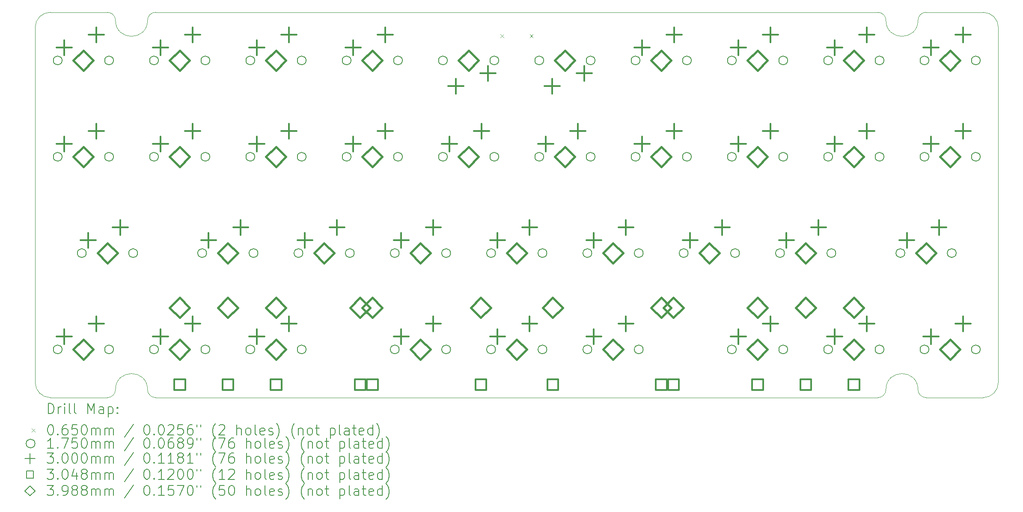
<source format=gbr>
%TF.GenerationSoftware,KiCad,Pcbnew,7.0.6*%
%TF.CreationDate,2023-10-22T23:34:21-04:00*%
%TF.ProjectId,good-delivery-alpha-stagger,676f6f64-2d64-4656-9c69-766572792d61,rev?*%
%TF.SameCoordinates,PX2d6b3a0PY7e9ae4e*%
%TF.FileFunction,Drillmap*%
%TF.FilePolarity,Positive*%
%FSLAX45Y45*%
G04 Gerber Fmt 4.5, Leading zero omitted, Abs format (unit mm)*
G04 Created by KiCad (PCBNEW 7.0.6) date 2023-10-22 23:34:21*
%MOMM*%
%LPD*%
G01*
G04 APERTURE LIST*
%ADD10C,0.100000*%
%ADD11C,0.200000*%
%ADD12C,0.065000*%
%ADD13C,0.175000*%
%ADD14C,0.300000*%
%ADD15C,0.304800*%
%ADD16C,0.398780*%
G04 APERTURE END LIST*
D10*
X-8Y297679D02*
X-8Y7322372D01*
X17619488Y7620029D02*
X18752352Y7620029D01*
X17619488Y7620022D02*
G75*
G03*
X17461488Y7462002I10J-158010D01*
G01*
X18752391Y-8D02*
G75*
G03*
X19050048Y297657I-3J297660D01*
G01*
X19050008Y7322372D02*
X19050008Y297679D01*
X2379488Y7620022D02*
G75*
G03*
X2221488Y7462002I10J-158010D01*
G01*
X2379488Y0D02*
X16669488Y0D01*
X17461488Y157502D02*
G75*
G03*
X16827488Y157502I-317000J0D01*
G01*
X17619488Y0D02*
X18752391Y0D01*
X297657Y7620020D02*
G75*
G03*
X0Y7322362I1J-297658D01*
G01*
X16827488Y7462002D02*
G75*
G03*
X17461488Y7462002I317000J0D01*
G01*
X17461486Y157502D02*
G75*
G03*
X17619488Y0I157752J250D01*
G01*
X2379488Y7620019D02*
X16669488Y7620019D01*
X19050045Y7322362D02*
G75*
G03*
X18752391Y7620019I-297657J0D01*
G01*
X16827485Y7462002D02*
G75*
G03*
X16669488Y7620019I-158007J10D01*
G01*
X6Y297657D02*
G75*
G03*
X297657Y0I297652J-5D01*
G01*
X1428743Y22D02*
X297649Y22D01*
X2221486Y157502D02*
G75*
G03*
X2379488Y0I157752J250D01*
G01*
X1587488Y7462002D02*
G75*
G03*
X2221488Y7462002I317000J0D01*
G01*
X1587485Y7462002D02*
G75*
G03*
X1429488Y7620019I-158007J10D01*
G01*
X16669488Y2D02*
G75*
G03*
X16827488Y157502I250J157750D01*
G01*
X2221488Y157502D02*
G75*
G03*
X1587488Y157502I-317000J0D01*
G01*
X1429488Y2D02*
G75*
G03*
X1587488Y157502I250J157750D01*
G01*
X297649Y7620029D02*
X1428743Y7620029D01*
D11*
D12*
X9203524Y7184159D02*
X9268524Y7119159D01*
X9268524Y7184159D02*
X9203524Y7119159D01*
X9781524Y7184159D02*
X9846524Y7119159D01*
X9846524Y7184159D02*
X9781524Y7119159D01*
D13*
X531993Y4762526D02*
G75*
G03*
X531993Y4762526I-87500J0D01*
G01*
X532002Y6667517D02*
G75*
G03*
X532002Y6667517I-87500J0D01*
G01*
X532002Y952517D02*
G75*
G03*
X532002Y952517I-87500J0D01*
G01*
X1008243Y2857517D02*
G75*
G03*
X1008243Y2857517I-87500J0D01*
G01*
X1547993Y4762526D02*
G75*
G03*
X1547993Y4762526I-87500J0D01*
G01*
X1548002Y6667517D02*
G75*
G03*
X1548002Y6667517I-87500J0D01*
G01*
X1548002Y952517D02*
G75*
G03*
X1548002Y952517I-87500J0D01*
G01*
X2024243Y2857517D02*
G75*
G03*
X2024243Y2857517I-87500J0D01*
G01*
X2437002Y6667517D02*
G75*
G03*
X2437002Y6667517I-87500J0D01*
G01*
X2437002Y952517D02*
G75*
G03*
X2437002Y952517I-87500J0D01*
G01*
X2437004Y4762526D02*
G75*
G03*
X2437004Y4762526I-87500J0D01*
G01*
X3389495Y2857517D02*
G75*
G03*
X3389495Y2857517I-87500J0D01*
G01*
X3453002Y6667517D02*
G75*
G03*
X3453002Y6667517I-87500J0D01*
G01*
X3453002Y952517D02*
G75*
G03*
X3453002Y952517I-87500J0D01*
G01*
X3453004Y4762526D02*
G75*
G03*
X3453004Y4762526I-87500J0D01*
G01*
X4342002Y6667517D02*
G75*
G03*
X4342002Y6667517I-87500J0D01*
G01*
X4342002Y952517D02*
G75*
G03*
X4342002Y952517I-87500J0D01*
G01*
X4342004Y4762526D02*
G75*
G03*
X4342004Y4762526I-87500J0D01*
G01*
X4405495Y2857517D02*
G75*
G03*
X4405495Y2857517I-87500J0D01*
G01*
X5294505Y2857525D02*
G75*
G03*
X5294505Y2857525I-87500J0D01*
G01*
X5358002Y6667517D02*
G75*
G03*
X5358002Y6667517I-87500J0D01*
G01*
X5358002Y952517D02*
G75*
G03*
X5358002Y952517I-87500J0D01*
G01*
X5358004Y4762526D02*
G75*
G03*
X5358004Y4762526I-87500J0D01*
G01*
X6247002Y6667517D02*
G75*
G03*
X6247002Y6667517I-87500J0D01*
G01*
X6247004Y4762526D02*
G75*
G03*
X6247004Y4762526I-87500J0D01*
G01*
X6310505Y2857525D02*
G75*
G03*
X6310505Y2857525I-87500J0D01*
G01*
X7199502Y952517D02*
G75*
G03*
X7199502Y952517I-87500J0D01*
G01*
X7199505Y2857525D02*
G75*
G03*
X7199505Y2857525I-87500J0D01*
G01*
X7263002Y6667517D02*
G75*
G03*
X7263002Y6667517I-87500J0D01*
G01*
X7263004Y4762526D02*
G75*
G03*
X7263004Y4762526I-87500J0D01*
G01*
X8152002Y6667517D02*
G75*
G03*
X8152002Y6667517I-87500J0D01*
G01*
X8152004Y4762526D02*
G75*
G03*
X8152004Y4762526I-87500J0D01*
G01*
X8215502Y952517D02*
G75*
G03*
X8215502Y952517I-87500J0D01*
G01*
X8215505Y2857525D02*
G75*
G03*
X8215505Y2857525I-87500J0D01*
G01*
X9104505Y2857525D02*
G75*
G03*
X9104505Y2857525I-87500J0D01*
G01*
X9104524Y952502D02*
G75*
G03*
X9104524Y952502I-87500J0D01*
G01*
X9168002Y6667517D02*
G75*
G03*
X9168002Y6667517I-87500J0D01*
G01*
X9168004Y4762526D02*
G75*
G03*
X9168004Y4762526I-87500J0D01*
G01*
X10057002Y6667517D02*
G75*
G03*
X10057002Y6667517I-87500J0D01*
G01*
X10057004Y4762526D02*
G75*
G03*
X10057004Y4762526I-87500J0D01*
G01*
X10120505Y2857525D02*
G75*
G03*
X10120505Y2857525I-87500J0D01*
G01*
X10120524Y952502D02*
G75*
G03*
X10120524Y952502I-87500J0D01*
G01*
X11009502Y952517D02*
G75*
G03*
X11009502Y952517I-87500J0D01*
G01*
X11009505Y2857525D02*
G75*
G03*
X11009505Y2857525I-87500J0D01*
G01*
X11073002Y6667517D02*
G75*
G03*
X11073002Y6667517I-87500J0D01*
G01*
X11073004Y4762526D02*
G75*
G03*
X11073004Y4762526I-87500J0D01*
G01*
X11962002Y6667517D02*
G75*
G03*
X11962002Y6667517I-87500J0D01*
G01*
X11962004Y4762526D02*
G75*
G03*
X11962004Y4762526I-87500J0D01*
G01*
X12025502Y952517D02*
G75*
G03*
X12025502Y952517I-87500J0D01*
G01*
X12025505Y2857525D02*
G75*
G03*
X12025505Y2857525I-87500J0D01*
G01*
X12914505Y2857525D02*
G75*
G03*
X12914505Y2857525I-87500J0D01*
G01*
X12978002Y6667517D02*
G75*
G03*
X12978002Y6667517I-87500J0D01*
G01*
X12978004Y4762526D02*
G75*
G03*
X12978004Y4762526I-87500J0D01*
G01*
X13867002Y6667517D02*
G75*
G03*
X13867002Y6667517I-87500J0D01*
G01*
X13867002Y952517D02*
G75*
G03*
X13867002Y952517I-87500J0D01*
G01*
X13867004Y4762526D02*
G75*
G03*
X13867004Y4762526I-87500J0D01*
G01*
X13930505Y2857525D02*
G75*
G03*
X13930505Y2857525I-87500J0D01*
G01*
X14819505Y2857525D02*
G75*
G03*
X14819505Y2857525I-87500J0D01*
G01*
X14883002Y6667517D02*
G75*
G03*
X14883002Y6667517I-87500J0D01*
G01*
X14883002Y952517D02*
G75*
G03*
X14883002Y952517I-87500J0D01*
G01*
X14883004Y4762526D02*
G75*
G03*
X14883004Y4762526I-87500J0D01*
G01*
X15772002Y6667517D02*
G75*
G03*
X15772002Y6667517I-87500J0D01*
G01*
X15772002Y952517D02*
G75*
G03*
X15772002Y952517I-87500J0D01*
G01*
X15772006Y4762526D02*
G75*
G03*
X15772006Y4762526I-87500J0D01*
G01*
X15835505Y2857525D02*
G75*
G03*
X15835505Y2857525I-87500J0D01*
G01*
X16788002Y6667517D02*
G75*
G03*
X16788002Y6667517I-87500J0D01*
G01*
X16788002Y952517D02*
G75*
G03*
X16788002Y952517I-87500J0D01*
G01*
X16788006Y4762526D02*
G75*
G03*
X16788006Y4762526I-87500J0D01*
G01*
X17200757Y2857525D02*
G75*
G03*
X17200757Y2857525I-87500J0D01*
G01*
X17677002Y6667517D02*
G75*
G03*
X17677002Y6667517I-87500J0D01*
G01*
X17677002Y952517D02*
G75*
G03*
X17677002Y952517I-87500J0D01*
G01*
X17677007Y4762526D02*
G75*
G03*
X17677007Y4762526I-87500J0D01*
G01*
X18216757Y2857525D02*
G75*
G03*
X18216757Y2857525I-87500J0D01*
G01*
X18693002Y6667517D02*
G75*
G03*
X18693002Y6667517I-87500J0D01*
G01*
X18693002Y952517D02*
G75*
G03*
X18693002Y952517I-87500J0D01*
G01*
X18693007Y4762526D02*
G75*
G03*
X18693007Y4762526I-87500J0D01*
G01*
D14*
X571493Y5166526D02*
X571493Y4866526D01*
X421493Y5016526D02*
X721493Y5016526D01*
X571502Y7071517D02*
X571502Y6771517D01*
X421502Y6921517D02*
X721502Y6921517D01*
X571502Y1356517D02*
X571502Y1056517D01*
X421502Y1206517D02*
X721502Y1206517D01*
X1047743Y3261517D02*
X1047743Y2961517D01*
X897743Y3111517D02*
X1197743Y3111517D01*
X1206493Y5420526D02*
X1206493Y5120526D01*
X1056493Y5270526D02*
X1356493Y5270526D01*
X1206502Y7325517D02*
X1206502Y7025517D01*
X1056502Y7175517D02*
X1356502Y7175517D01*
X1206502Y1610517D02*
X1206502Y1310517D01*
X1056502Y1460517D02*
X1356502Y1460517D01*
X1682743Y3515517D02*
X1682743Y3215517D01*
X1532743Y3365517D02*
X1832743Y3365517D01*
X2476502Y7071517D02*
X2476502Y6771517D01*
X2326502Y6921517D02*
X2626502Y6921517D01*
X2476502Y1356517D02*
X2476502Y1056517D01*
X2326502Y1206517D02*
X2626502Y1206517D01*
X2476504Y5166526D02*
X2476504Y4866526D01*
X2326504Y5016526D02*
X2626504Y5016526D01*
X3111502Y7325517D02*
X3111502Y7025517D01*
X2961502Y7175517D02*
X3261502Y7175517D01*
X3111502Y1610517D02*
X3111502Y1310517D01*
X2961502Y1460517D02*
X3261502Y1460517D01*
X3111504Y5420526D02*
X3111504Y5120526D01*
X2961504Y5270526D02*
X3261504Y5270526D01*
X3428995Y3261517D02*
X3428995Y2961517D01*
X3278995Y3111517D02*
X3578995Y3111517D01*
X4063995Y3515517D02*
X4063995Y3215517D01*
X3913995Y3365517D02*
X4213995Y3365517D01*
X4381502Y7071517D02*
X4381502Y6771517D01*
X4231502Y6921517D02*
X4531502Y6921517D01*
X4381502Y1356517D02*
X4381502Y1056517D01*
X4231502Y1206517D02*
X4531502Y1206517D01*
X4381504Y5166526D02*
X4381504Y4866526D01*
X4231504Y5016526D02*
X4531504Y5016526D01*
X5016502Y7325517D02*
X5016502Y7025517D01*
X4866502Y7175517D02*
X5166502Y7175517D01*
X5016502Y1610517D02*
X5016502Y1310517D01*
X4866502Y1460517D02*
X5166502Y1460517D01*
X5016504Y5420526D02*
X5016504Y5120526D01*
X4866504Y5270526D02*
X5166504Y5270526D01*
X5334005Y3261525D02*
X5334005Y2961525D01*
X5184005Y3111525D02*
X5484005Y3111525D01*
X5969005Y3515525D02*
X5969005Y3215525D01*
X5819005Y3365525D02*
X6119005Y3365525D01*
X6286502Y7071517D02*
X6286502Y6771517D01*
X6136502Y6921517D02*
X6436502Y6921517D01*
X6286504Y5166526D02*
X6286504Y4866526D01*
X6136504Y5016526D02*
X6436504Y5016526D01*
X6921502Y7325517D02*
X6921502Y7025517D01*
X6771502Y7175517D02*
X7071502Y7175517D01*
X6921504Y5420526D02*
X6921504Y5120526D01*
X6771504Y5270526D02*
X7071504Y5270526D01*
X7239002Y1356517D02*
X7239002Y1056517D01*
X7089002Y1206517D02*
X7389002Y1206517D01*
X7239005Y3261525D02*
X7239005Y2961525D01*
X7089005Y3111525D02*
X7389005Y3111525D01*
X7874002Y1610517D02*
X7874002Y1310517D01*
X7724002Y1460517D02*
X8024002Y1460517D01*
X7874005Y3515525D02*
X7874005Y3215525D01*
X7724005Y3365525D02*
X8024005Y3365525D01*
X8191504Y5166526D02*
X8191504Y4866526D01*
X8041504Y5016526D02*
X8341504Y5016526D01*
X8318502Y6309517D02*
X8318502Y6009517D01*
X8168502Y6159517D02*
X8468502Y6159517D01*
X8826504Y5420526D02*
X8826504Y5120526D01*
X8676504Y5270526D02*
X8976504Y5270526D01*
X8953502Y6563517D02*
X8953502Y6263517D01*
X8803502Y6413517D02*
X9103502Y6413517D01*
X9144005Y3261525D02*
X9144005Y2961525D01*
X8994005Y3111525D02*
X9294005Y3111525D01*
X9144024Y1356502D02*
X9144024Y1056502D01*
X8994024Y1206502D02*
X9294024Y1206502D01*
X9779005Y3515525D02*
X9779005Y3215525D01*
X9629005Y3365525D02*
X9929005Y3365525D01*
X9779024Y1610502D02*
X9779024Y1310502D01*
X9629024Y1460502D02*
X9929024Y1460502D01*
X10096504Y5166526D02*
X10096504Y4866526D01*
X9946504Y5016526D02*
X10246504Y5016526D01*
X10223502Y6309517D02*
X10223502Y6009517D01*
X10073502Y6159517D02*
X10373502Y6159517D01*
X10731504Y5420526D02*
X10731504Y5120526D01*
X10581504Y5270526D02*
X10881504Y5270526D01*
X10858502Y6563517D02*
X10858502Y6263517D01*
X10708502Y6413517D02*
X11008502Y6413517D01*
X11049002Y1356517D02*
X11049002Y1056517D01*
X10899002Y1206517D02*
X11199002Y1206517D01*
X11049005Y3261525D02*
X11049005Y2961525D01*
X10899005Y3111525D02*
X11199005Y3111525D01*
X11684002Y1610517D02*
X11684002Y1310517D01*
X11534002Y1460517D02*
X11834002Y1460517D01*
X11684005Y3515525D02*
X11684005Y3215525D01*
X11534005Y3365525D02*
X11834005Y3365525D01*
X12001502Y7071517D02*
X12001502Y6771517D01*
X11851502Y6921517D02*
X12151502Y6921517D01*
X12001504Y5166526D02*
X12001504Y4866526D01*
X11851504Y5016526D02*
X12151504Y5016526D01*
X12636502Y7325517D02*
X12636502Y7025517D01*
X12486502Y7175517D02*
X12786502Y7175517D01*
X12636504Y5420526D02*
X12636504Y5120526D01*
X12486504Y5270526D02*
X12786504Y5270526D01*
X12954005Y3261525D02*
X12954005Y2961525D01*
X12804005Y3111525D02*
X13104005Y3111525D01*
X13589005Y3515525D02*
X13589005Y3215525D01*
X13439005Y3365525D02*
X13739005Y3365525D01*
X13906502Y7071517D02*
X13906502Y6771517D01*
X13756502Y6921517D02*
X14056502Y6921517D01*
X13906502Y1356517D02*
X13906502Y1056517D01*
X13756502Y1206517D02*
X14056502Y1206517D01*
X13906504Y5166526D02*
X13906504Y4866526D01*
X13756504Y5016526D02*
X14056504Y5016526D01*
X14541502Y7325517D02*
X14541502Y7025517D01*
X14391502Y7175517D02*
X14691502Y7175517D01*
X14541502Y1610517D02*
X14541502Y1310517D01*
X14391502Y1460517D02*
X14691502Y1460517D01*
X14541504Y5420526D02*
X14541504Y5120526D01*
X14391504Y5270526D02*
X14691504Y5270526D01*
X14859005Y3261525D02*
X14859005Y2961525D01*
X14709005Y3111525D02*
X15009005Y3111525D01*
X15494005Y3515525D02*
X15494005Y3215525D01*
X15344005Y3365525D02*
X15644005Y3365525D01*
X15811502Y7071517D02*
X15811502Y6771517D01*
X15661502Y6921517D02*
X15961502Y6921517D01*
X15811502Y1356517D02*
X15811502Y1056517D01*
X15661502Y1206517D02*
X15961502Y1206517D01*
X15811506Y5166526D02*
X15811506Y4866526D01*
X15661506Y5016526D02*
X15961506Y5016526D01*
X16446502Y7325517D02*
X16446502Y7025517D01*
X16296502Y7175517D02*
X16596502Y7175517D01*
X16446502Y1610517D02*
X16446502Y1310517D01*
X16296502Y1460517D02*
X16596502Y1460517D01*
X16446506Y5420526D02*
X16446506Y5120526D01*
X16296506Y5270526D02*
X16596506Y5270526D01*
X17240257Y3261525D02*
X17240257Y2961525D01*
X17090257Y3111525D02*
X17390257Y3111525D01*
X17716502Y7071517D02*
X17716502Y6771517D01*
X17566502Y6921517D02*
X17866502Y6921517D01*
X17716502Y1356517D02*
X17716502Y1056517D01*
X17566502Y1206517D02*
X17866502Y1206517D01*
X17716507Y5166526D02*
X17716507Y4866526D01*
X17566507Y5016526D02*
X17866507Y5016526D01*
X17875257Y3515525D02*
X17875257Y3215525D01*
X17725257Y3365525D02*
X18025257Y3365525D01*
X18351502Y7325517D02*
X18351502Y7025517D01*
X18201502Y7175517D02*
X18501502Y7175517D01*
X18351502Y1610517D02*
X18351502Y1310517D01*
X18201502Y1460517D02*
X18501502Y1460517D01*
X18351507Y5420526D02*
X18351507Y5120526D01*
X18201507Y5270526D02*
X18501507Y5270526D01*
D15*
X2965288Y146238D02*
X2965288Y361766D01*
X2749760Y361766D01*
X2749760Y146238D01*
X2965288Y146238D01*
X3917788Y146238D02*
X3917788Y361766D01*
X3702260Y361766D01*
X3702260Y146238D01*
X3917788Y146238D01*
X4870288Y146238D02*
X4870288Y361766D01*
X4654760Y361766D01*
X4654760Y146238D01*
X4870288Y146238D01*
X6533966Y146253D02*
X6533966Y361781D01*
X6318438Y361781D01*
X6318438Y146253D01*
X6533966Y146253D01*
X6775288Y146238D02*
X6775288Y361766D01*
X6559760Y361766D01*
X6559760Y146238D01*
X6775288Y146238D01*
X8921567Y146253D02*
X8921567Y361781D01*
X8706038Y361781D01*
X8706038Y146253D01*
X8921567Y146253D01*
X10343967Y146253D02*
X10343967Y361781D01*
X10128438Y361781D01*
X10128438Y146253D01*
X10343967Y146253D01*
X12490288Y146238D02*
X12490288Y361766D01*
X12274760Y361766D01*
X12274760Y146238D01*
X12490288Y146238D01*
X12731566Y146253D02*
X12731566Y361781D01*
X12516038Y361781D01*
X12516038Y146253D01*
X12731566Y146253D01*
X14395288Y146238D02*
X14395288Y361766D01*
X14179760Y361766D01*
X14179760Y146238D01*
X14395288Y146238D01*
X15347788Y146238D02*
X15347788Y361766D01*
X15132260Y361766D01*
X15132260Y146238D01*
X15347788Y146238D01*
X16300288Y146238D02*
X16300288Y361766D01*
X16084760Y361766D01*
X16084760Y146238D01*
X16300288Y146238D01*
D16*
X952493Y4563136D02*
X1151883Y4762526D01*
X952493Y4961916D01*
X753103Y4762526D01*
X952493Y4563136D01*
X952502Y6468127D02*
X1151892Y6667517D01*
X952502Y6866907D01*
X753112Y6667517D01*
X952502Y6468127D01*
X952502Y753127D02*
X1151892Y952517D01*
X952502Y1151907D01*
X753112Y952517D01*
X952502Y753127D01*
X1428743Y2658127D02*
X1628133Y2857517D01*
X1428743Y3056907D01*
X1229353Y2857517D01*
X1428743Y2658127D01*
X2857502Y6468127D02*
X3056892Y6667517D01*
X2857502Y6866907D01*
X2658112Y6667517D01*
X2857502Y6468127D01*
X2857502Y753127D02*
X3056892Y952517D01*
X2857502Y1151907D01*
X2658112Y952517D01*
X2857502Y753127D01*
X2857504Y4563136D02*
X3056894Y4762526D01*
X2857504Y4961916D01*
X2658114Y4762526D01*
X2857504Y4563136D01*
X2857524Y1578612D02*
X3056914Y1778002D01*
X2857524Y1977392D01*
X2658134Y1778002D01*
X2857524Y1578612D01*
X3809995Y2658127D02*
X4009385Y2857517D01*
X3809995Y3056907D01*
X3610605Y2857517D01*
X3809995Y2658127D01*
X3810024Y1578612D02*
X4009414Y1778002D01*
X3810024Y1977392D01*
X3610634Y1778002D01*
X3810024Y1578612D01*
X4762502Y6468127D02*
X4961892Y6667517D01*
X4762502Y6866907D01*
X4563112Y6667517D01*
X4762502Y6468127D01*
X4762502Y753127D02*
X4961892Y952517D01*
X4762502Y1151907D01*
X4563112Y952517D01*
X4762502Y753127D01*
X4762504Y4563136D02*
X4961894Y4762526D01*
X4762504Y4961916D01*
X4563114Y4762526D01*
X4762504Y4563136D01*
X4762524Y1578612D02*
X4961914Y1778002D01*
X4762524Y1977392D01*
X4563134Y1778002D01*
X4762524Y1578612D01*
X5715005Y2658135D02*
X5914395Y2857525D01*
X5715005Y3056915D01*
X5515615Y2857525D01*
X5715005Y2658135D01*
X6426202Y1578627D02*
X6625592Y1778017D01*
X6426202Y1977407D01*
X6226812Y1778017D01*
X6426202Y1578627D01*
X6667502Y6468127D02*
X6866892Y6667517D01*
X6667502Y6866907D01*
X6468112Y6667517D01*
X6667502Y6468127D01*
X6667504Y4563136D02*
X6866894Y4762526D01*
X6667504Y4961916D01*
X6468114Y4762526D01*
X6667504Y4563136D01*
X6667524Y1578612D02*
X6866914Y1778002D01*
X6667524Y1977392D01*
X6468134Y1778002D01*
X6667524Y1578612D01*
X7620002Y753127D02*
X7819392Y952517D01*
X7620002Y1151907D01*
X7420612Y952517D01*
X7620002Y753127D01*
X7620005Y2658135D02*
X7819395Y2857525D01*
X7620005Y3056915D01*
X7420615Y2857525D01*
X7620005Y2658135D01*
X8572502Y6468127D02*
X8771892Y6667517D01*
X8572502Y6866907D01*
X8373112Y6667517D01*
X8572502Y6468127D01*
X8572504Y4563136D02*
X8771894Y4762526D01*
X8572504Y4961916D01*
X8373114Y4762526D01*
X8572504Y4563136D01*
X8813802Y1578627D02*
X9013192Y1778017D01*
X8813802Y1977407D01*
X8614412Y1778017D01*
X8813802Y1578627D01*
X9525005Y2658135D02*
X9724395Y2857525D01*
X9525005Y3056915D01*
X9325615Y2857525D01*
X9525005Y2658135D01*
X9525024Y753112D02*
X9724414Y952502D01*
X9525024Y1151892D01*
X9325634Y952502D01*
X9525024Y753112D01*
X10236202Y1578627D02*
X10435592Y1778017D01*
X10236202Y1977407D01*
X10036812Y1778017D01*
X10236202Y1578627D01*
X10477502Y6468127D02*
X10676892Y6667517D01*
X10477502Y6866907D01*
X10278112Y6667517D01*
X10477502Y6468127D01*
X10477504Y4563136D02*
X10676894Y4762526D01*
X10477504Y4961916D01*
X10278114Y4762526D01*
X10477504Y4563136D01*
X11430002Y753127D02*
X11629392Y952517D01*
X11430002Y1151907D01*
X11230612Y952517D01*
X11430002Y753127D01*
X11430005Y2658135D02*
X11629395Y2857525D01*
X11430005Y3056915D01*
X11230615Y2857525D01*
X11430005Y2658135D01*
X12382502Y6468127D02*
X12581892Y6667517D01*
X12382502Y6866907D01*
X12183112Y6667517D01*
X12382502Y6468127D01*
X12382504Y4563136D02*
X12581894Y4762526D01*
X12382504Y4961916D01*
X12183114Y4762526D01*
X12382504Y4563136D01*
X12382524Y1578612D02*
X12581914Y1778002D01*
X12382524Y1977392D01*
X12183134Y1778002D01*
X12382524Y1578612D01*
X12623802Y1578627D02*
X12823192Y1778017D01*
X12623802Y1977407D01*
X12424412Y1778017D01*
X12623802Y1578627D01*
X13335005Y2658135D02*
X13534395Y2857525D01*
X13335005Y3056915D01*
X13135615Y2857525D01*
X13335005Y2658135D01*
X14287502Y6468127D02*
X14486892Y6667517D01*
X14287502Y6866907D01*
X14088112Y6667517D01*
X14287502Y6468127D01*
X14287502Y753127D02*
X14486892Y952517D01*
X14287502Y1151907D01*
X14088112Y952517D01*
X14287502Y753127D01*
X14287504Y4563136D02*
X14486894Y4762526D01*
X14287504Y4961916D01*
X14088114Y4762526D01*
X14287504Y4563136D01*
X14287524Y1578612D02*
X14486914Y1778002D01*
X14287524Y1977392D01*
X14088134Y1778002D01*
X14287524Y1578612D01*
X15240005Y2658135D02*
X15439395Y2857525D01*
X15240005Y3056915D01*
X15040615Y2857525D01*
X15240005Y2658135D01*
X15240024Y1578612D02*
X15439414Y1778002D01*
X15240024Y1977392D01*
X15040634Y1778002D01*
X15240024Y1578612D01*
X16192502Y6468127D02*
X16391892Y6667517D01*
X16192502Y6866907D01*
X15993112Y6667517D01*
X16192502Y6468127D01*
X16192502Y753127D02*
X16391892Y952517D01*
X16192502Y1151907D01*
X15993112Y952517D01*
X16192502Y753127D01*
X16192506Y4563136D02*
X16391896Y4762526D01*
X16192506Y4961916D01*
X15993116Y4762526D01*
X16192506Y4563136D01*
X16192524Y1578612D02*
X16391914Y1778002D01*
X16192524Y1977392D01*
X15993134Y1778002D01*
X16192524Y1578612D01*
X17621257Y2658135D02*
X17820647Y2857525D01*
X17621257Y3056915D01*
X17421867Y2857525D01*
X17621257Y2658135D01*
X18097502Y6468127D02*
X18296892Y6667517D01*
X18097502Y6866907D01*
X17898112Y6667517D01*
X18097502Y6468127D01*
X18097502Y753127D02*
X18296892Y952517D01*
X18097502Y1151907D01*
X17898112Y952517D01*
X18097502Y753127D01*
X18097507Y4563136D02*
X18296897Y4762526D01*
X18097507Y4961916D01*
X17898117Y4762526D01*
X18097507Y4563136D01*
D11*
X255769Y-316484D02*
X255769Y-116484D01*
X255769Y-116484D02*
X303388Y-116484D01*
X303388Y-116484D02*
X331959Y-126008D01*
X331959Y-126008D02*
X351007Y-145055D01*
X351007Y-145055D02*
X360531Y-164103D01*
X360531Y-164103D02*
X370054Y-202198D01*
X370054Y-202198D02*
X370054Y-230770D01*
X370054Y-230770D02*
X360531Y-268865D01*
X360531Y-268865D02*
X351007Y-287913D01*
X351007Y-287913D02*
X331959Y-306960D01*
X331959Y-306960D02*
X303388Y-316484D01*
X303388Y-316484D02*
X255769Y-316484D01*
X455769Y-316484D02*
X455769Y-183151D01*
X455769Y-221246D02*
X465293Y-202198D01*
X465293Y-202198D02*
X474816Y-192674D01*
X474816Y-192674D02*
X493864Y-183151D01*
X493864Y-183151D02*
X512912Y-183151D01*
X579578Y-316484D02*
X579578Y-183151D01*
X579578Y-116484D02*
X570055Y-126008D01*
X570055Y-126008D02*
X579578Y-135532D01*
X579578Y-135532D02*
X589102Y-126008D01*
X589102Y-126008D02*
X579578Y-116484D01*
X579578Y-116484D02*
X579578Y-135532D01*
X703388Y-316484D02*
X684340Y-306960D01*
X684340Y-306960D02*
X674816Y-287913D01*
X674816Y-287913D02*
X674816Y-116484D01*
X808150Y-316484D02*
X789102Y-306960D01*
X789102Y-306960D02*
X779578Y-287913D01*
X779578Y-287913D02*
X779578Y-116484D01*
X1036721Y-316484D02*
X1036721Y-116484D01*
X1036721Y-116484D02*
X1103388Y-259341D01*
X1103388Y-259341D02*
X1170055Y-116484D01*
X1170055Y-116484D02*
X1170055Y-316484D01*
X1351007Y-316484D02*
X1351007Y-211722D01*
X1351007Y-211722D02*
X1341483Y-192674D01*
X1341483Y-192674D02*
X1322436Y-183151D01*
X1322436Y-183151D02*
X1284340Y-183151D01*
X1284340Y-183151D02*
X1265293Y-192674D01*
X1351007Y-306960D02*
X1331959Y-316484D01*
X1331959Y-316484D02*
X1284340Y-316484D01*
X1284340Y-316484D02*
X1265293Y-306960D01*
X1265293Y-306960D02*
X1255769Y-287913D01*
X1255769Y-287913D02*
X1255769Y-268865D01*
X1255769Y-268865D02*
X1265293Y-249817D01*
X1265293Y-249817D02*
X1284340Y-240293D01*
X1284340Y-240293D02*
X1331959Y-240293D01*
X1331959Y-240293D02*
X1351007Y-230770D01*
X1446245Y-183151D02*
X1446245Y-383151D01*
X1446245Y-192674D02*
X1465293Y-183151D01*
X1465293Y-183151D02*
X1503388Y-183151D01*
X1503388Y-183151D02*
X1522435Y-192674D01*
X1522435Y-192674D02*
X1531959Y-202198D01*
X1531959Y-202198D02*
X1541483Y-221246D01*
X1541483Y-221246D02*
X1541483Y-278389D01*
X1541483Y-278389D02*
X1531959Y-297436D01*
X1531959Y-297436D02*
X1522435Y-306960D01*
X1522435Y-306960D02*
X1503388Y-316484D01*
X1503388Y-316484D02*
X1465293Y-316484D01*
X1465293Y-316484D02*
X1446245Y-306960D01*
X1627197Y-297436D02*
X1636721Y-306960D01*
X1636721Y-306960D02*
X1627197Y-316484D01*
X1627197Y-316484D02*
X1617674Y-306960D01*
X1617674Y-306960D02*
X1627197Y-297436D01*
X1627197Y-297436D02*
X1627197Y-316484D01*
X1627197Y-192674D02*
X1636721Y-202198D01*
X1636721Y-202198D02*
X1627197Y-211722D01*
X1627197Y-211722D02*
X1617674Y-202198D01*
X1617674Y-202198D02*
X1627197Y-192674D01*
X1627197Y-192674D02*
X1627197Y-211722D01*
D12*
X-70008Y-612500D02*
X-5008Y-677500D01*
X-5008Y-612500D02*
X-70008Y-677500D01*
D11*
X293864Y-536484D02*
X312912Y-536484D01*
X312912Y-536484D02*
X331959Y-546008D01*
X331959Y-546008D02*
X341483Y-555532D01*
X341483Y-555532D02*
X351007Y-574579D01*
X351007Y-574579D02*
X360531Y-612674D01*
X360531Y-612674D02*
X360531Y-660294D01*
X360531Y-660294D02*
X351007Y-698389D01*
X351007Y-698389D02*
X341483Y-717436D01*
X341483Y-717436D02*
X331959Y-726960D01*
X331959Y-726960D02*
X312912Y-736484D01*
X312912Y-736484D02*
X293864Y-736484D01*
X293864Y-736484D02*
X274816Y-726960D01*
X274816Y-726960D02*
X265293Y-717436D01*
X265293Y-717436D02*
X255769Y-698389D01*
X255769Y-698389D02*
X246245Y-660294D01*
X246245Y-660294D02*
X246245Y-612674D01*
X246245Y-612674D02*
X255769Y-574579D01*
X255769Y-574579D02*
X265293Y-555532D01*
X265293Y-555532D02*
X274816Y-546008D01*
X274816Y-546008D02*
X293864Y-536484D01*
X446245Y-717436D02*
X455769Y-726960D01*
X455769Y-726960D02*
X446245Y-736484D01*
X446245Y-736484D02*
X436721Y-726960D01*
X436721Y-726960D02*
X446245Y-717436D01*
X446245Y-717436D02*
X446245Y-736484D01*
X627197Y-536484D02*
X589102Y-536484D01*
X589102Y-536484D02*
X570055Y-546008D01*
X570055Y-546008D02*
X560531Y-555532D01*
X560531Y-555532D02*
X541483Y-584103D01*
X541483Y-584103D02*
X531959Y-622198D01*
X531959Y-622198D02*
X531959Y-698389D01*
X531959Y-698389D02*
X541483Y-717436D01*
X541483Y-717436D02*
X551007Y-726960D01*
X551007Y-726960D02*
X570055Y-736484D01*
X570055Y-736484D02*
X608150Y-736484D01*
X608150Y-736484D02*
X627197Y-726960D01*
X627197Y-726960D02*
X636721Y-717436D01*
X636721Y-717436D02*
X646245Y-698389D01*
X646245Y-698389D02*
X646245Y-650770D01*
X646245Y-650770D02*
X636721Y-631722D01*
X636721Y-631722D02*
X627197Y-622198D01*
X627197Y-622198D02*
X608150Y-612674D01*
X608150Y-612674D02*
X570055Y-612674D01*
X570055Y-612674D02*
X551007Y-622198D01*
X551007Y-622198D02*
X541483Y-631722D01*
X541483Y-631722D02*
X531959Y-650770D01*
X827197Y-536484D02*
X731959Y-536484D01*
X731959Y-536484D02*
X722435Y-631722D01*
X722435Y-631722D02*
X731959Y-622198D01*
X731959Y-622198D02*
X751007Y-612674D01*
X751007Y-612674D02*
X798626Y-612674D01*
X798626Y-612674D02*
X817674Y-622198D01*
X817674Y-622198D02*
X827197Y-631722D01*
X827197Y-631722D02*
X836721Y-650770D01*
X836721Y-650770D02*
X836721Y-698389D01*
X836721Y-698389D02*
X827197Y-717436D01*
X827197Y-717436D02*
X817674Y-726960D01*
X817674Y-726960D02*
X798626Y-736484D01*
X798626Y-736484D02*
X751007Y-736484D01*
X751007Y-736484D02*
X731959Y-726960D01*
X731959Y-726960D02*
X722435Y-717436D01*
X960531Y-536484D02*
X979578Y-536484D01*
X979578Y-536484D02*
X998626Y-546008D01*
X998626Y-546008D02*
X1008150Y-555532D01*
X1008150Y-555532D02*
X1017674Y-574579D01*
X1017674Y-574579D02*
X1027197Y-612674D01*
X1027197Y-612674D02*
X1027197Y-660294D01*
X1027197Y-660294D02*
X1017674Y-698389D01*
X1017674Y-698389D02*
X1008150Y-717436D01*
X1008150Y-717436D02*
X998626Y-726960D01*
X998626Y-726960D02*
X979578Y-736484D01*
X979578Y-736484D02*
X960531Y-736484D01*
X960531Y-736484D02*
X941483Y-726960D01*
X941483Y-726960D02*
X931959Y-717436D01*
X931959Y-717436D02*
X922435Y-698389D01*
X922435Y-698389D02*
X912912Y-660294D01*
X912912Y-660294D02*
X912912Y-612674D01*
X912912Y-612674D02*
X922435Y-574579D01*
X922435Y-574579D02*
X931959Y-555532D01*
X931959Y-555532D02*
X941483Y-546008D01*
X941483Y-546008D02*
X960531Y-536484D01*
X1112912Y-736484D02*
X1112912Y-603151D01*
X1112912Y-622198D02*
X1122436Y-612674D01*
X1122436Y-612674D02*
X1141483Y-603151D01*
X1141483Y-603151D02*
X1170055Y-603151D01*
X1170055Y-603151D02*
X1189102Y-612674D01*
X1189102Y-612674D02*
X1198626Y-631722D01*
X1198626Y-631722D02*
X1198626Y-736484D01*
X1198626Y-631722D02*
X1208150Y-612674D01*
X1208150Y-612674D02*
X1227197Y-603151D01*
X1227197Y-603151D02*
X1255769Y-603151D01*
X1255769Y-603151D02*
X1274817Y-612674D01*
X1274817Y-612674D02*
X1284340Y-631722D01*
X1284340Y-631722D02*
X1284340Y-736484D01*
X1379578Y-736484D02*
X1379578Y-603151D01*
X1379578Y-622198D02*
X1389102Y-612674D01*
X1389102Y-612674D02*
X1408150Y-603151D01*
X1408150Y-603151D02*
X1436721Y-603151D01*
X1436721Y-603151D02*
X1455769Y-612674D01*
X1455769Y-612674D02*
X1465293Y-631722D01*
X1465293Y-631722D02*
X1465293Y-736484D01*
X1465293Y-631722D02*
X1474816Y-612674D01*
X1474816Y-612674D02*
X1493864Y-603151D01*
X1493864Y-603151D02*
X1522435Y-603151D01*
X1522435Y-603151D02*
X1541483Y-612674D01*
X1541483Y-612674D02*
X1551007Y-631722D01*
X1551007Y-631722D02*
X1551007Y-736484D01*
X1941483Y-526960D02*
X1770055Y-784103D01*
X2198626Y-536484D02*
X2217674Y-536484D01*
X2217674Y-536484D02*
X2236721Y-546008D01*
X2236721Y-546008D02*
X2246245Y-555532D01*
X2246245Y-555532D02*
X2255769Y-574579D01*
X2255769Y-574579D02*
X2265293Y-612674D01*
X2265293Y-612674D02*
X2265293Y-660294D01*
X2265293Y-660294D02*
X2255769Y-698389D01*
X2255769Y-698389D02*
X2246245Y-717436D01*
X2246245Y-717436D02*
X2236721Y-726960D01*
X2236721Y-726960D02*
X2217674Y-736484D01*
X2217674Y-736484D02*
X2198626Y-736484D01*
X2198626Y-736484D02*
X2179579Y-726960D01*
X2179579Y-726960D02*
X2170055Y-717436D01*
X2170055Y-717436D02*
X2160531Y-698389D01*
X2160531Y-698389D02*
X2151007Y-660294D01*
X2151007Y-660294D02*
X2151007Y-612674D01*
X2151007Y-612674D02*
X2160531Y-574579D01*
X2160531Y-574579D02*
X2170055Y-555532D01*
X2170055Y-555532D02*
X2179579Y-546008D01*
X2179579Y-546008D02*
X2198626Y-536484D01*
X2351007Y-717436D02*
X2360531Y-726960D01*
X2360531Y-726960D02*
X2351007Y-736484D01*
X2351007Y-736484D02*
X2341483Y-726960D01*
X2341483Y-726960D02*
X2351007Y-717436D01*
X2351007Y-717436D02*
X2351007Y-736484D01*
X2484340Y-536484D02*
X2503388Y-536484D01*
X2503388Y-536484D02*
X2522436Y-546008D01*
X2522436Y-546008D02*
X2531960Y-555532D01*
X2531960Y-555532D02*
X2541483Y-574579D01*
X2541483Y-574579D02*
X2551007Y-612674D01*
X2551007Y-612674D02*
X2551007Y-660294D01*
X2551007Y-660294D02*
X2541483Y-698389D01*
X2541483Y-698389D02*
X2531960Y-717436D01*
X2531960Y-717436D02*
X2522436Y-726960D01*
X2522436Y-726960D02*
X2503388Y-736484D01*
X2503388Y-736484D02*
X2484340Y-736484D01*
X2484340Y-736484D02*
X2465293Y-726960D01*
X2465293Y-726960D02*
X2455769Y-717436D01*
X2455769Y-717436D02*
X2446245Y-698389D01*
X2446245Y-698389D02*
X2436721Y-660294D01*
X2436721Y-660294D02*
X2436721Y-612674D01*
X2436721Y-612674D02*
X2446245Y-574579D01*
X2446245Y-574579D02*
X2455769Y-555532D01*
X2455769Y-555532D02*
X2465293Y-546008D01*
X2465293Y-546008D02*
X2484340Y-536484D01*
X2627198Y-555532D02*
X2636721Y-546008D01*
X2636721Y-546008D02*
X2655769Y-536484D01*
X2655769Y-536484D02*
X2703388Y-536484D01*
X2703388Y-536484D02*
X2722436Y-546008D01*
X2722436Y-546008D02*
X2731960Y-555532D01*
X2731960Y-555532D02*
X2741483Y-574579D01*
X2741483Y-574579D02*
X2741483Y-593627D01*
X2741483Y-593627D02*
X2731960Y-622198D01*
X2731960Y-622198D02*
X2617674Y-736484D01*
X2617674Y-736484D02*
X2741483Y-736484D01*
X2922436Y-536484D02*
X2827198Y-536484D01*
X2827198Y-536484D02*
X2817674Y-631722D01*
X2817674Y-631722D02*
X2827198Y-622198D01*
X2827198Y-622198D02*
X2846245Y-612674D01*
X2846245Y-612674D02*
X2893864Y-612674D01*
X2893864Y-612674D02*
X2912912Y-622198D01*
X2912912Y-622198D02*
X2922436Y-631722D01*
X2922436Y-631722D02*
X2931959Y-650770D01*
X2931959Y-650770D02*
X2931959Y-698389D01*
X2931959Y-698389D02*
X2922436Y-717436D01*
X2922436Y-717436D02*
X2912912Y-726960D01*
X2912912Y-726960D02*
X2893864Y-736484D01*
X2893864Y-736484D02*
X2846245Y-736484D01*
X2846245Y-736484D02*
X2827198Y-726960D01*
X2827198Y-726960D02*
X2817674Y-717436D01*
X3103388Y-536484D02*
X3065293Y-536484D01*
X3065293Y-536484D02*
X3046245Y-546008D01*
X3046245Y-546008D02*
X3036721Y-555532D01*
X3036721Y-555532D02*
X3017674Y-584103D01*
X3017674Y-584103D02*
X3008150Y-622198D01*
X3008150Y-622198D02*
X3008150Y-698389D01*
X3008150Y-698389D02*
X3017674Y-717436D01*
X3017674Y-717436D02*
X3027198Y-726960D01*
X3027198Y-726960D02*
X3046245Y-736484D01*
X3046245Y-736484D02*
X3084340Y-736484D01*
X3084340Y-736484D02*
X3103388Y-726960D01*
X3103388Y-726960D02*
X3112912Y-717436D01*
X3112912Y-717436D02*
X3122436Y-698389D01*
X3122436Y-698389D02*
X3122436Y-650770D01*
X3122436Y-650770D02*
X3112912Y-631722D01*
X3112912Y-631722D02*
X3103388Y-622198D01*
X3103388Y-622198D02*
X3084340Y-612674D01*
X3084340Y-612674D02*
X3046245Y-612674D01*
X3046245Y-612674D02*
X3027198Y-622198D01*
X3027198Y-622198D02*
X3017674Y-631722D01*
X3017674Y-631722D02*
X3008150Y-650770D01*
X3198626Y-536484D02*
X3198626Y-574579D01*
X3274817Y-536484D02*
X3274817Y-574579D01*
X3570055Y-812674D02*
X3560531Y-803151D01*
X3560531Y-803151D02*
X3541483Y-774579D01*
X3541483Y-774579D02*
X3531960Y-755532D01*
X3531960Y-755532D02*
X3522436Y-726960D01*
X3522436Y-726960D02*
X3512912Y-679341D01*
X3512912Y-679341D02*
X3512912Y-641246D01*
X3512912Y-641246D02*
X3522436Y-593627D01*
X3522436Y-593627D02*
X3531960Y-565055D01*
X3531960Y-565055D02*
X3541483Y-546008D01*
X3541483Y-546008D02*
X3560531Y-517436D01*
X3560531Y-517436D02*
X3570055Y-507912D01*
X3636721Y-555532D02*
X3646245Y-546008D01*
X3646245Y-546008D02*
X3665293Y-536484D01*
X3665293Y-536484D02*
X3712912Y-536484D01*
X3712912Y-536484D02*
X3731960Y-546008D01*
X3731960Y-546008D02*
X3741483Y-555532D01*
X3741483Y-555532D02*
X3751007Y-574579D01*
X3751007Y-574579D02*
X3751007Y-593627D01*
X3751007Y-593627D02*
X3741483Y-622198D01*
X3741483Y-622198D02*
X3627198Y-736484D01*
X3627198Y-736484D02*
X3751007Y-736484D01*
X3989102Y-736484D02*
X3989102Y-536484D01*
X4074817Y-736484D02*
X4074817Y-631722D01*
X4074817Y-631722D02*
X4065293Y-612674D01*
X4065293Y-612674D02*
X4046245Y-603151D01*
X4046245Y-603151D02*
X4017674Y-603151D01*
X4017674Y-603151D02*
X3998626Y-612674D01*
X3998626Y-612674D02*
X3989102Y-622198D01*
X4198626Y-736484D02*
X4179579Y-726960D01*
X4179579Y-726960D02*
X4170055Y-717436D01*
X4170055Y-717436D02*
X4160531Y-698389D01*
X4160531Y-698389D02*
X4160531Y-641246D01*
X4160531Y-641246D02*
X4170055Y-622198D01*
X4170055Y-622198D02*
X4179579Y-612674D01*
X4179579Y-612674D02*
X4198626Y-603151D01*
X4198626Y-603151D02*
X4227198Y-603151D01*
X4227198Y-603151D02*
X4246245Y-612674D01*
X4246245Y-612674D02*
X4255769Y-622198D01*
X4255769Y-622198D02*
X4265293Y-641246D01*
X4265293Y-641246D02*
X4265293Y-698389D01*
X4265293Y-698389D02*
X4255769Y-717436D01*
X4255769Y-717436D02*
X4246245Y-726960D01*
X4246245Y-726960D02*
X4227198Y-736484D01*
X4227198Y-736484D02*
X4198626Y-736484D01*
X4379579Y-736484D02*
X4360531Y-726960D01*
X4360531Y-726960D02*
X4351007Y-707912D01*
X4351007Y-707912D02*
X4351007Y-536484D01*
X4531960Y-726960D02*
X4512912Y-736484D01*
X4512912Y-736484D02*
X4474817Y-736484D01*
X4474817Y-736484D02*
X4455769Y-726960D01*
X4455769Y-726960D02*
X4446245Y-707912D01*
X4446245Y-707912D02*
X4446245Y-631722D01*
X4446245Y-631722D02*
X4455769Y-612674D01*
X4455769Y-612674D02*
X4474817Y-603151D01*
X4474817Y-603151D02*
X4512912Y-603151D01*
X4512912Y-603151D02*
X4531960Y-612674D01*
X4531960Y-612674D02*
X4541484Y-631722D01*
X4541484Y-631722D02*
X4541484Y-650770D01*
X4541484Y-650770D02*
X4446245Y-669817D01*
X4617674Y-726960D02*
X4636722Y-736484D01*
X4636722Y-736484D02*
X4674817Y-736484D01*
X4674817Y-736484D02*
X4693865Y-726960D01*
X4693865Y-726960D02*
X4703388Y-707912D01*
X4703388Y-707912D02*
X4703388Y-698389D01*
X4703388Y-698389D02*
X4693865Y-679341D01*
X4693865Y-679341D02*
X4674817Y-669817D01*
X4674817Y-669817D02*
X4646245Y-669817D01*
X4646245Y-669817D02*
X4627198Y-660294D01*
X4627198Y-660294D02*
X4617674Y-641246D01*
X4617674Y-641246D02*
X4617674Y-631722D01*
X4617674Y-631722D02*
X4627198Y-612674D01*
X4627198Y-612674D02*
X4646245Y-603151D01*
X4646245Y-603151D02*
X4674817Y-603151D01*
X4674817Y-603151D02*
X4693865Y-612674D01*
X4770055Y-812674D02*
X4779579Y-803151D01*
X4779579Y-803151D02*
X4798626Y-774579D01*
X4798626Y-774579D02*
X4808150Y-755532D01*
X4808150Y-755532D02*
X4817674Y-726960D01*
X4817674Y-726960D02*
X4827198Y-679341D01*
X4827198Y-679341D02*
X4827198Y-641246D01*
X4827198Y-641246D02*
X4817674Y-593627D01*
X4817674Y-593627D02*
X4808150Y-565055D01*
X4808150Y-565055D02*
X4798626Y-546008D01*
X4798626Y-546008D02*
X4779579Y-517436D01*
X4779579Y-517436D02*
X4770055Y-507912D01*
X5131960Y-812674D02*
X5122436Y-803151D01*
X5122436Y-803151D02*
X5103388Y-774579D01*
X5103388Y-774579D02*
X5093865Y-755532D01*
X5093865Y-755532D02*
X5084341Y-726960D01*
X5084341Y-726960D02*
X5074817Y-679341D01*
X5074817Y-679341D02*
X5074817Y-641246D01*
X5074817Y-641246D02*
X5084341Y-593627D01*
X5084341Y-593627D02*
X5093865Y-565055D01*
X5093865Y-565055D02*
X5103388Y-546008D01*
X5103388Y-546008D02*
X5122436Y-517436D01*
X5122436Y-517436D02*
X5131960Y-507912D01*
X5208150Y-603151D02*
X5208150Y-736484D01*
X5208150Y-622198D02*
X5217674Y-612674D01*
X5217674Y-612674D02*
X5236722Y-603151D01*
X5236722Y-603151D02*
X5265293Y-603151D01*
X5265293Y-603151D02*
X5284341Y-612674D01*
X5284341Y-612674D02*
X5293865Y-631722D01*
X5293865Y-631722D02*
X5293865Y-736484D01*
X5417674Y-736484D02*
X5398626Y-726960D01*
X5398626Y-726960D02*
X5389103Y-717436D01*
X5389103Y-717436D02*
X5379579Y-698389D01*
X5379579Y-698389D02*
X5379579Y-641246D01*
X5379579Y-641246D02*
X5389103Y-622198D01*
X5389103Y-622198D02*
X5398626Y-612674D01*
X5398626Y-612674D02*
X5417674Y-603151D01*
X5417674Y-603151D02*
X5446246Y-603151D01*
X5446246Y-603151D02*
X5465293Y-612674D01*
X5465293Y-612674D02*
X5474817Y-622198D01*
X5474817Y-622198D02*
X5484341Y-641246D01*
X5484341Y-641246D02*
X5484341Y-698389D01*
X5484341Y-698389D02*
X5474817Y-717436D01*
X5474817Y-717436D02*
X5465293Y-726960D01*
X5465293Y-726960D02*
X5446246Y-736484D01*
X5446246Y-736484D02*
X5417674Y-736484D01*
X5541484Y-603151D02*
X5617674Y-603151D01*
X5570055Y-536484D02*
X5570055Y-707912D01*
X5570055Y-707912D02*
X5579579Y-726960D01*
X5579579Y-726960D02*
X5598626Y-736484D01*
X5598626Y-736484D02*
X5617674Y-736484D01*
X5836722Y-603151D02*
X5836722Y-803151D01*
X5836722Y-612674D02*
X5855769Y-603151D01*
X5855769Y-603151D02*
X5893865Y-603151D01*
X5893865Y-603151D02*
X5912912Y-612674D01*
X5912912Y-612674D02*
X5922436Y-622198D01*
X5922436Y-622198D02*
X5931960Y-641246D01*
X5931960Y-641246D02*
X5931960Y-698389D01*
X5931960Y-698389D02*
X5922436Y-717436D01*
X5922436Y-717436D02*
X5912912Y-726960D01*
X5912912Y-726960D02*
X5893865Y-736484D01*
X5893865Y-736484D02*
X5855769Y-736484D01*
X5855769Y-736484D02*
X5836722Y-726960D01*
X6046245Y-736484D02*
X6027198Y-726960D01*
X6027198Y-726960D02*
X6017674Y-707912D01*
X6017674Y-707912D02*
X6017674Y-536484D01*
X6208150Y-736484D02*
X6208150Y-631722D01*
X6208150Y-631722D02*
X6198626Y-612674D01*
X6198626Y-612674D02*
X6179579Y-603151D01*
X6179579Y-603151D02*
X6141484Y-603151D01*
X6141484Y-603151D02*
X6122436Y-612674D01*
X6208150Y-726960D02*
X6189103Y-736484D01*
X6189103Y-736484D02*
X6141484Y-736484D01*
X6141484Y-736484D02*
X6122436Y-726960D01*
X6122436Y-726960D02*
X6112912Y-707912D01*
X6112912Y-707912D02*
X6112912Y-688865D01*
X6112912Y-688865D02*
X6122436Y-669817D01*
X6122436Y-669817D02*
X6141484Y-660294D01*
X6141484Y-660294D02*
X6189103Y-660294D01*
X6189103Y-660294D02*
X6208150Y-650770D01*
X6274817Y-603151D02*
X6351007Y-603151D01*
X6303388Y-536484D02*
X6303388Y-707912D01*
X6303388Y-707912D02*
X6312912Y-726960D01*
X6312912Y-726960D02*
X6331960Y-736484D01*
X6331960Y-736484D02*
X6351007Y-736484D01*
X6493865Y-726960D02*
X6474817Y-736484D01*
X6474817Y-736484D02*
X6436722Y-736484D01*
X6436722Y-736484D02*
X6417674Y-726960D01*
X6417674Y-726960D02*
X6408150Y-707912D01*
X6408150Y-707912D02*
X6408150Y-631722D01*
X6408150Y-631722D02*
X6417674Y-612674D01*
X6417674Y-612674D02*
X6436722Y-603151D01*
X6436722Y-603151D02*
X6474817Y-603151D01*
X6474817Y-603151D02*
X6493865Y-612674D01*
X6493865Y-612674D02*
X6503388Y-631722D01*
X6503388Y-631722D02*
X6503388Y-650770D01*
X6503388Y-650770D02*
X6408150Y-669817D01*
X6674817Y-736484D02*
X6674817Y-536484D01*
X6674817Y-726960D02*
X6655769Y-736484D01*
X6655769Y-736484D02*
X6617674Y-736484D01*
X6617674Y-736484D02*
X6598626Y-726960D01*
X6598626Y-726960D02*
X6589103Y-717436D01*
X6589103Y-717436D02*
X6579579Y-698389D01*
X6579579Y-698389D02*
X6579579Y-641246D01*
X6579579Y-641246D02*
X6589103Y-622198D01*
X6589103Y-622198D02*
X6598626Y-612674D01*
X6598626Y-612674D02*
X6617674Y-603151D01*
X6617674Y-603151D02*
X6655769Y-603151D01*
X6655769Y-603151D02*
X6674817Y-612674D01*
X6751007Y-812674D02*
X6760531Y-803151D01*
X6760531Y-803151D02*
X6779579Y-774579D01*
X6779579Y-774579D02*
X6789103Y-755532D01*
X6789103Y-755532D02*
X6798626Y-726960D01*
X6798626Y-726960D02*
X6808150Y-679341D01*
X6808150Y-679341D02*
X6808150Y-641246D01*
X6808150Y-641246D02*
X6798626Y-593627D01*
X6798626Y-593627D02*
X6789103Y-565055D01*
X6789103Y-565055D02*
X6779579Y-546008D01*
X6779579Y-546008D02*
X6760531Y-517436D01*
X6760531Y-517436D02*
X6751007Y-507912D01*
D13*
X-5008Y-909000D02*
G75*
G03*
X-5008Y-909000I-87500J0D01*
G01*
D11*
X360531Y-1000484D02*
X246245Y-1000484D01*
X303388Y-1000484D02*
X303388Y-800484D01*
X303388Y-800484D02*
X284340Y-829055D01*
X284340Y-829055D02*
X265293Y-848103D01*
X265293Y-848103D02*
X246245Y-857627D01*
X446245Y-981436D02*
X455769Y-990960D01*
X455769Y-990960D02*
X446245Y-1000484D01*
X446245Y-1000484D02*
X436721Y-990960D01*
X436721Y-990960D02*
X446245Y-981436D01*
X446245Y-981436D02*
X446245Y-1000484D01*
X522435Y-800484D02*
X655769Y-800484D01*
X655769Y-800484D02*
X570055Y-1000484D01*
X827197Y-800484D02*
X731959Y-800484D01*
X731959Y-800484D02*
X722435Y-895722D01*
X722435Y-895722D02*
X731959Y-886198D01*
X731959Y-886198D02*
X751007Y-876674D01*
X751007Y-876674D02*
X798626Y-876674D01*
X798626Y-876674D02*
X817674Y-886198D01*
X817674Y-886198D02*
X827197Y-895722D01*
X827197Y-895722D02*
X836721Y-914770D01*
X836721Y-914770D02*
X836721Y-962389D01*
X836721Y-962389D02*
X827197Y-981436D01*
X827197Y-981436D02*
X817674Y-990960D01*
X817674Y-990960D02*
X798626Y-1000484D01*
X798626Y-1000484D02*
X751007Y-1000484D01*
X751007Y-1000484D02*
X731959Y-990960D01*
X731959Y-990960D02*
X722435Y-981436D01*
X960531Y-800484D02*
X979578Y-800484D01*
X979578Y-800484D02*
X998626Y-810008D01*
X998626Y-810008D02*
X1008150Y-819532D01*
X1008150Y-819532D02*
X1017674Y-838579D01*
X1017674Y-838579D02*
X1027197Y-876674D01*
X1027197Y-876674D02*
X1027197Y-924293D01*
X1027197Y-924293D02*
X1017674Y-962389D01*
X1017674Y-962389D02*
X1008150Y-981436D01*
X1008150Y-981436D02*
X998626Y-990960D01*
X998626Y-990960D02*
X979578Y-1000484D01*
X979578Y-1000484D02*
X960531Y-1000484D01*
X960531Y-1000484D02*
X941483Y-990960D01*
X941483Y-990960D02*
X931959Y-981436D01*
X931959Y-981436D02*
X922435Y-962389D01*
X922435Y-962389D02*
X912912Y-924293D01*
X912912Y-924293D02*
X912912Y-876674D01*
X912912Y-876674D02*
X922435Y-838579D01*
X922435Y-838579D02*
X931959Y-819532D01*
X931959Y-819532D02*
X941483Y-810008D01*
X941483Y-810008D02*
X960531Y-800484D01*
X1112912Y-1000484D02*
X1112912Y-867151D01*
X1112912Y-886198D02*
X1122436Y-876674D01*
X1122436Y-876674D02*
X1141483Y-867151D01*
X1141483Y-867151D02*
X1170055Y-867151D01*
X1170055Y-867151D02*
X1189102Y-876674D01*
X1189102Y-876674D02*
X1198626Y-895722D01*
X1198626Y-895722D02*
X1198626Y-1000484D01*
X1198626Y-895722D02*
X1208150Y-876674D01*
X1208150Y-876674D02*
X1227197Y-867151D01*
X1227197Y-867151D02*
X1255769Y-867151D01*
X1255769Y-867151D02*
X1274817Y-876674D01*
X1274817Y-876674D02*
X1284340Y-895722D01*
X1284340Y-895722D02*
X1284340Y-1000484D01*
X1379578Y-1000484D02*
X1379578Y-867151D01*
X1379578Y-886198D02*
X1389102Y-876674D01*
X1389102Y-876674D02*
X1408150Y-867151D01*
X1408150Y-867151D02*
X1436721Y-867151D01*
X1436721Y-867151D02*
X1455769Y-876674D01*
X1455769Y-876674D02*
X1465293Y-895722D01*
X1465293Y-895722D02*
X1465293Y-1000484D01*
X1465293Y-895722D02*
X1474816Y-876674D01*
X1474816Y-876674D02*
X1493864Y-867151D01*
X1493864Y-867151D02*
X1522435Y-867151D01*
X1522435Y-867151D02*
X1541483Y-876674D01*
X1541483Y-876674D02*
X1551007Y-895722D01*
X1551007Y-895722D02*
X1551007Y-1000484D01*
X1941483Y-790960D02*
X1770055Y-1048103D01*
X2198626Y-800484D02*
X2217674Y-800484D01*
X2217674Y-800484D02*
X2236721Y-810008D01*
X2236721Y-810008D02*
X2246245Y-819532D01*
X2246245Y-819532D02*
X2255769Y-838579D01*
X2255769Y-838579D02*
X2265293Y-876674D01*
X2265293Y-876674D02*
X2265293Y-924293D01*
X2265293Y-924293D02*
X2255769Y-962389D01*
X2255769Y-962389D02*
X2246245Y-981436D01*
X2246245Y-981436D02*
X2236721Y-990960D01*
X2236721Y-990960D02*
X2217674Y-1000484D01*
X2217674Y-1000484D02*
X2198626Y-1000484D01*
X2198626Y-1000484D02*
X2179579Y-990960D01*
X2179579Y-990960D02*
X2170055Y-981436D01*
X2170055Y-981436D02*
X2160531Y-962389D01*
X2160531Y-962389D02*
X2151007Y-924293D01*
X2151007Y-924293D02*
X2151007Y-876674D01*
X2151007Y-876674D02*
X2160531Y-838579D01*
X2160531Y-838579D02*
X2170055Y-819532D01*
X2170055Y-819532D02*
X2179579Y-810008D01*
X2179579Y-810008D02*
X2198626Y-800484D01*
X2351007Y-981436D02*
X2360531Y-990960D01*
X2360531Y-990960D02*
X2351007Y-1000484D01*
X2351007Y-1000484D02*
X2341483Y-990960D01*
X2341483Y-990960D02*
X2351007Y-981436D01*
X2351007Y-981436D02*
X2351007Y-1000484D01*
X2484340Y-800484D02*
X2503388Y-800484D01*
X2503388Y-800484D02*
X2522436Y-810008D01*
X2522436Y-810008D02*
X2531960Y-819532D01*
X2531960Y-819532D02*
X2541483Y-838579D01*
X2541483Y-838579D02*
X2551007Y-876674D01*
X2551007Y-876674D02*
X2551007Y-924293D01*
X2551007Y-924293D02*
X2541483Y-962389D01*
X2541483Y-962389D02*
X2531960Y-981436D01*
X2531960Y-981436D02*
X2522436Y-990960D01*
X2522436Y-990960D02*
X2503388Y-1000484D01*
X2503388Y-1000484D02*
X2484340Y-1000484D01*
X2484340Y-1000484D02*
X2465293Y-990960D01*
X2465293Y-990960D02*
X2455769Y-981436D01*
X2455769Y-981436D02*
X2446245Y-962389D01*
X2446245Y-962389D02*
X2436721Y-924293D01*
X2436721Y-924293D02*
X2436721Y-876674D01*
X2436721Y-876674D02*
X2446245Y-838579D01*
X2446245Y-838579D02*
X2455769Y-819532D01*
X2455769Y-819532D02*
X2465293Y-810008D01*
X2465293Y-810008D02*
X2484340Y-800484D01*
X2722436Y-800484D02*
X2684340Y-800484D01*
X2684340Y-800484D02*
X2665293Y-810008D01*
X2665293Y-810008D02*
X2655769Y-819532D01*
X2655769Y-819532D02*
X2636721Y-848103D01*
X2636721Y-848103D02*
X2627198Y-886198D01*
X2627198Y-886198D02*
X2627198Y-962389D01*
X2627198Y-962389D02*
X2636721Y-981436D01*
X2636721Y-981436D02*
X2646245Y-990960D01*
X2646245Y-990960D02*
X2665293Y-1000484D01*
X2665293Y-1000484D02*
X2703388Y-1000484D01*
X2703388Y-1000484D02*
X2722436Y-990960D01*
X2722436Y-990960D02*
X2731960Y-981436D01*
X2731960Y-981436D02*
X2741483Y-962389D01*
X2741483Y-962389D02*
X2741483Y-914770D01*
X2741483Y-914770D02*
X2731960Y-895722D01*
X2731960Y-895722D02*
X2722436Y-886198D01*
X2722436Y-886198D02*
X2703388Y-876674D01*
X2703388Y-876674D02*
X2665293Y-876674D01*
X2665293Y-876674D02*
X2646245Y-886198D01*
X2646245Y-886198D02*
X2636721Y-895722D01*
X2636721Y-895722D02*
X2627198Y-914770D01*
X2855769Y-886198D02*
X2836721Y-876674D01*
X2836721Y-876674D02*
X2827198Y-867151D01*
X2827198Y-867151D02*
X2817674Y-848103D01*
X2817674Y-848103D02*
X2817674Y-838579D01*
X2817674Y-838579D02*
X2827198Y-819532D01*
X2827198Y-819532D02*
X2836721Y-810008D01*
X2836721Y-810008D02*
X2855769Y-800484D01*
X2855769Y-800484D02*
X2893864Y-800484D01*
X2893864Y-800484D02*
X2912912Y-810008D01*
X2912912Y-810008D02*
X2922436Y-819532D01*
X2922436Y-819532D02*
X2931959Y-838579D01*
X2931959Y-838579D02*
X2931959Y-848103D01*
X2931959Y-848103D02*
X2922436Y-867151D01*
X2922436Y-867151D02*
X2912912Y-876674D01*
X2912912Y-876674D02*
X2893864Y-886198D01*
X2893864Y-886198D02*
X2855769Y-886198D01*
X2855769Y-886198D02*
X2836721Y-895722D01*
X2836721Y-895722D02*
X2827198Y-905246D01*
X2827198Y-905246D02*
X2817674Y-924293D01*
X2817674Y-924293D02*
X2817674Y-962389D01*
X2817674Y-962389D02*
X2827198Y-981436D01*
X2827198Y-981436D02*
X2836721Y-990960D01*
X2836721Y-990960D02*
X2855769Y-1000484D01*
X2855769Y-1000484D02*
X2893864Y-1000484D01*
X2893864Y-1000484D02*
X2912912Y-990960D01*
X2912912Y-990960D02*
X2922436Y-981436D01*
X2922436Y-981436D02*
X2931959Y-962389D01*
X2931959Y-962389D02*
X2931959Y-924293D01*
X2931959Y-924293D02*
X2922436Y-905246D01*
X2922436Y-905246D02*
X2912912Y-895722D01*
X2912912Y-895722D02*
X2893864Y-886198D01*
X3027198Y-1000484D02*
X3065293Y-1000484D01*
X3065293Y-1000484D02*
X3084340Y-990960D01*
X3084340Y-990960D02*
X3093864Y-981436D01*
X3093864Y-981436D02*
X3112912Y-952865D01*
X3112912Y-952865D02*
X3122436Y-914770D01*
X3122436Y-914770D02*
X3122436Y-838579D01*
X3122436Y-838579D02*
X3112912Y-819532D01*
X3112912Y-819532D02*
X3103388Y-810008D01*
X3103388Y-810008D02*
X3084340Y-800484D01*
X3084340Y-800484D02*
X3046245Y-800484D01*
X3046245Y-800484D02*
X3027198Y-810008D01*
X3027198Y-810008D02*
X3017674Y-819532D01*
X3017674Y-819532D02*
X3008150Y-838579D01*
X3008150Y-838579D02*
X3008150Y-886198D01*
X3008150Y-886198D02*
X3017674Y-905246D01*
X3017674Y-905246D02*
X3027198Y-914770D01*
X3027198Y-914770D02*
X3046245Y-924293D01*
X3046245Y-924293D02*
X3084340Y-924293D01*
X3084340Y-924293D02*
X3103388Y-914770D01*
X3103388Y-914770D02*
X3112912Y-905246D01*
X3112912Y-905246D02*
X3122436Y-886198D01*
X3198626Y-800484D02*
X3198626Y-838579D01*
X3274817Y-800484D02*
X3274817Y-838579D01*
X3570055Y-1076674D02*
X3560531Y-1067151D01*
X3560531Y-1067151D02*
X3541483Y-1038579D01*
X3541483Y-1038579D02*
X3531960Y-1019532D01*
X3531960Y-1019532D02*
X3522436Y-990960D01*
X3522436Y-990960D02*
X3512912Y-943341D01*
X3512912Y-943341D02*
X3512912Y-905246D01*
X3512912Y-905246D02*
X3522436Y-857627D01*
X3522436Y-857627D02*
X3531960Y-829055D01*
X3531960Y-829055D02*
X3541483Y-810008D01*
X3541483Y-810008D02*
X3560531Y-781436D01*
X3560531Y-781436D02*
X3570055Y-771912D01*
X3627198Y-800484D02*
X3760531Y-800484D01*
X3760531Y-800484D02*
X3674817Y-1000484D01*
X3922436Y-800484D02*
X3884340Y-800484D01*
X3884340Y-800484D02*
X3865293Y-810008D01*
X3865293Y-810008D02*
X3855769Y-819532D01*
X3855769Y-819532D02*
X3836721Y-848103D01*
X3836721Y-848103D02*
X3827198Y-886198D01*
X3827198Y-886198D02*
X3827198Y-962389D01*
X3827198Y-962389D02*
X3836721Y-981436D01*
X3836721Y-981436D02*
X3846245Y-990960D01*
X3846245Y-990960D02*
X3865293Y-1000484D01*
X3865293Y-1000484D02*
X3903388Y-1000484D01*
X3903388Y-1000484D02*
X3922436Y-990960D01*
X3922436Y-990960D02*
X3931960Y-981436D01*
X3931960Y-981436D02*
X3941483Y-962389D01*
X3941483Y-962389D02*
X3941483Y-914770D01*
X3941483Y-914770D02*
X3931960Y-895722D01*
X3931960Y-895722D02*
X3922436Y-886198D01*
X3922436Y-886198D02*
X3903388Y-876674D01*
X3903388Y-876674D02*
X3865293Y-876674D01*
X3865293Y-876674D02*
X3846245Y-886198D01*
X3846245Y-886198D02*
X3836721Y-895722D01*
X3836721Y-895722D02*
X3827198Y-914770D01*
X4179579Y-1000484D02*
X4179579Y-800484D01*
X4265293Y-1000484D02*
X4265293Y-895722D01*
X4265293Y-895722D02*
X4255769Y-876674D01*
X4255769Y-876674D02*
X4236722Y-867151D01*
X4236722Y-867151D02*
X4208150Y-867151D01*
X4208150Y-867151D02*
X4189102Y-876674D01*
X4189102Y-876674D02*
X4179579Y-886198D01*
X4389103Y-1000484D02*
X4370055Y-990960D01*
X4370055Y-990960D02*
X4360531Y-981436D01*
X4360531Y-981436D02*
X4351007Y-962389D01*
X4351007Y-962389D02*
X4351007Y-905246D01*
X4351007Y-905246D02*
X4360531Y-886198D01*
X4360531Y-886198D02*
X4370055Y-876674D01*
X4370055Y-876674D02*
X4389103Y-867151D01*
X4389103Y-867151D02*
X4417674Y-867151D01*
X4417674Y-867151D02*
X4436722Y-876674D01*
X4436722Y-876674D02*
X4446245Y-886198D01*
X4446245Y-886198D02*
X4455769Y-905246D01*
X4455769Y-905246D02*
X4455769Y-962389D01*
X4455769Y-962389D02*
X4446245Y-981436D01*
X4446245Y-981436D02*
X4436722Y-990960D01*
X4436722Y-990960D02*
X4417674Y-1000484D01*
X4417674Y-1000484D02*
X4389103Y-1000484D01*
X4570055Y-1000484D02*
X4551007Y-990960D01*
X4551007Y-990960D02*
X4541484Y-971912D01*
X4541484Y-971912D02*
X4541484Y-800484D01*
X4722436Y-990960D02*
X4703388Y-1000484D01*
X4703388Y-1000484D02*
X4665293Y-1000484D01*
X4665293Y-1000484D02*
X4646245Y-990960D01*
X4646245Y-990960D02*
X4636722Y-971912D01*
X4636722Y-971912D02*
X4636722Y-895722D01*
X4636722Y-895722D02*
X4646245Y-876674D01*
X4646245Y-876674D02*
X4665293Y-867151D01*
X4665293Y-867151D02*
X4703388Y-867151D01*
X4703388Y-867151D02*
X4722436Y-876674D01*
X4722436Y-876674D02*
X4731960Y-895722D01*
X4731960Y-895722D02*
X4731960Y-914770D01*
X4731960Y-914770D02*
X4636722Y-933817D01*
X4808150Y-990960D02*
X4827198Y-1000484D01*
X4827198Y-1000484D02*
X4865293Y-1000484D01*
X4865293Y-1000484D02*
X4884341Y-990960D01*
X4884341Y-990960D02*
X4893865Y-971912D01*
X4893865Y-971912D02*
X4893865Y-962389D01*
X4893865Y-962389D02*
X4884341Y-943341D01*
X4884341Y-943341D02*
X4865293Y-933817D01*
X4865293Y-933817D02*
X4836722Y-933817D01*
X4836722Y-933817D02*
X4817674Y-924293D01*
X4817674Y-924293D02*
X4808150Y-905246D01*
X4808150Y-905246D02*
X4808150Y-895722D01*
X4808150Y-895722D02*
X4817674Y-876674D01*
X4817674Y-876674D02*
X4836722Y-867151D01*
X4836722Y-867151D02*
X4865293Y-867151D01*
X4865293Y-867151D02*
X4884341Y-876674D01*
X4960531Y-1076674D02*
X4970055Y-1067151D01*
X4970055Y-1067151D02*
X4989103Y-1038579D01*
X4989103Y-1038579D02*
X4998626Y-1019532D01*
X4998626Y-1019532D02*
X5008150Y-990960D01*
X5008150Y-990960D02*
X5017674Y-943341D01*
X5017674Y-943341D02*
X5017674Y-905246D01*
X5017674Y-905246D02*
X5008150Y-857627D01*
X5008150Y-857627D02*
X4998626Y-829055D01*
X4998626Y-829055D02*
X4989103Y-810008D01*
X4989103Y-810008D02*
X4970055Y-781436D01*
X4970055Y-781436D02*
X4960531Y-771912D01*
X5322436Y-1076674D02*
X5312912Y-1067151D01*
X5312912Y-1067151D02*
X5293865Y-1038579D01*
X5293865Y-1038579D02*
X5284341Y-1019532D01*
X5284341Y-1019532D02*
X5274817Y-990960D01*
X5274817Y-990960D02*
X5265293Y-943341D01*
X5265293Y-943341D02*
X5265293Y-905246D01*
X5265293Y-905246D02*
X5274817Y-857627D01*
X5274817Y-857627D02*
X5284341Y-829055D01*
X5284341Y-829055D02*
X5293865Y-810008D01*
X5293865Y-810008D02*
X5312912Y-781436D01*
X5312912Y-781436D02*
X5322436Y-771912D01*
X5398626Y-867151D02*
X5398626Y-1000484D01*
X5398626Y-886198D02*
X5408150Y-876674D01*
X5408150Y-876674D02*
X5427198Y-867151D01*
X5427198Y-867151D02*
X5455769Y-867151D01*
X5455769Y-867151D02*
X5474817Y-876674D01*
X5474817Y-876674D02*
X5484341Y-895722D01*
X5484341Y-895722D02*
X5484341Y-1000484D01*
X5608150Y-1000484D02*
X5589103Y-990960D01*
X5589103Y-990960D02*
X5579579Y-981436D01*
X5579579Y-981436D02*
X5570055Y-962389D01*
X5570055Y-962389D02*
X5570055Y-905246D01*
X5570055Y-905246D02*
X5579579Y-886198D01*
X5579579Y-886198D02*
X5589103Y-876674D01*
X5589103Y-876674D02*
X5608150Y-867151D01*
X5608150Y-867151D02*
X5636722Y-867151D01*
X5636722Y-867151D02*
X5655769Y-876674D01*
X5655769Y-876674D02*
X5665293Y-886198D01*
X5665293Y-886198D02*
X5674817Y-905246D01*
X5674817Y-905246D02*
X5674817Y-962389D01*
X5674817Y-962389D02*
X5665293Y-981436D01*
X5665293Y-981436D02*
X5655769Y-990960D01*
X5655769Y-990960D02*
X5636722Y-1000484D01*
X5636722Y-1000484D02*
X5608150Y-1000484D01*
X5731960Y-867151D02*
X5808150Y-867151D01*
X5760531Y-800484D02*
X5760531Y-971912D01*
X5760531Y-971912D02*
X5770055Y-990960D01*
X5770055Y-990960D02*
X5789103Y-1000484D01*
X5789103Y-1000484D02*
X5808150Y-1000484D01*
X6027198Y-867151D02*
X6027198Y-1067151D01*
X6027198Y-876674D02*
X6046245Y-867151D01*
X6046245Y-867151D02*
X6084341Y-867151D01*
X6084341Y-867151D02*
X6103388Y-876674D01*
X6103388Y-876674D02*
X6112912Y-886198D01*
X6112912Y-886198D02*
X6122436Y-905246D01*
X6122436Y-905246D02*
X6122436Y-962389D01*
X6122436Y-962389D02*
X6112912Y-981436D01*
X6112912Y-981436D02*
X6103388Y-990960D01*
X6103388Y-990960D02*
X6084341Y-1000484D01*
X6084341Y-1000484D02*
X6046245Y-1000484D01*
X6046245Y-1000484D02*
X6027198Y-990960D01*
X6236722Y-1000484D02*
X6217674Y-990960D01*
X6217674Y-990960D02*
X6208150Y-971912D01*
X6208150Y-971912D02*
X6208150Y-800484D01*
X6398626Y-1000484D02*
X6398626Y-895722D01*
X6398626Y-895722D02*
X6389103Y-876674D01*
X6389103Y-876674D02*
X6370055Y-867151D01*
X6370055Y-867151D02*
X6331960Y-867151D01*
X6331960Y-867151D02*
X6312912Y-876674D01*
X6398626Y-990960D02*
X6379579Y-1000484D01*
X6379579Y-1000484D02*
X6331960Y-1000484D01*
X6331960Y-1000484D02*
X6312912Y-990960D01*
X6312912Y-990960D02*
X6303388Y-971912D01*
X6303388Y-971912D02*
X6303388Y-952865D01*
X6303388Y-952865D02*
X6312912Y-933817D01*
X6312912Y-933817D02*
X6331960Y-924293D01*
X6331960Y-924293D02*
X6379579Y-924293D01*
X6379579Y-924293D02*
X6398626Y-914770D01*
X6465293Y-867151D02*
X6541484Y-867151D01*
X6493865Y-800484D02*
X6493865Y-971912D01*
X6493865Y-971912D02*
X6503388Y-990960D01*
X6503388Y-990960D02*
X6522436Y-1000484D01*
X6522436Y-1000484D02*
X6541484Y-1000484D01*
X6684341Y-990960D02*
X6665293Y-1000484D01*
X6665293Y-1000484D02*
X6627198Y-1000484D01*
X6627198Y-1000484D02*
X6608150Y-990960D01*
X6608150Y-990960D02*
X6598626Y-971912D01*
X6598626Y-971912D02*
X6598626Y-895722D01*
X6598626Y-895722D02*
X6608150Y-876674D01*
X6608150Y-876674D02*
X6627198Y-867151D01*
X6627198Y-867151D02*
X6665293Y-867151D01*
X6665293Y-867151D02*
X6684341Y-876674D01*
X6684341Y-876674D02*
X6693865Y-895722D01*
X6693865Y-895722D02*
X6693865Y-914770D01*
X6693865Y-914770D02*
X6598626Y-933817D01*
X6865293Y-1000484D02*
X6865293Y-800484D01*
X6865293Y-990960D02*
X6846246Y-1000484D01*
X6846246Y-1000484D02*
X6808150Y-1000484D01*
X6808150Y-1000484D02*
X6789103Y-990960D01*
X6789103Y-990960D02*
X6779579Y-981436D01*
X6779579Y-981436D02*
X6770055Y-962389D01*
X6770055Y-962389D02*
X6770055Y-905246D01*
X6770055Y-905246D02*
X6779579Y-886198D01*
X6779579Y-886198D02*
X6789103Y-876674D01*
X6789103Y-876674D02*
X6808150Y-867151D01*
X6808150Y-867151D02*
X6846246Y-867151D01*
X6846246Y-867151D02*
X6865293Y-876674D01*
X6941484Y-1076674D02*
X6951007Y-1067151D01*
X6951007Y-1067151D02*
X6970055Y-1038579D01*
X6970055Y-1038579D02*
X6979579Y-1019532D01*
X6979579Y-1019532D02*
X6989103Y-990960D01*
X6989103Y-990960D02*
X6998626Y-943341D01*
X6998626Y-943341D02*
X6998626Y-905246D01*
X6998626Y-905246D02*
X6989103Y-857627D01*
X6989103Y-857627D02*
X6979579Y-829055D01*
X6979579Y-829055D02*
X6970055Y-810008D01*
X6970055Y-810008D02*
X6951007Y-781436D01*
X6951007Y-781436D02*
X6941484Y-771912D01*
X-105008Y-1104000D02*
X-105008Y-1304000D01*
X-205008Y-1204000D02*
X-5008Y-1204000D01*
X236721Y-1095484D02*
X360531Y-1095484D01*
X360531Y-1095484D02*
X293864Y-1171674D01*
X293864Y-1171674D02*
X322436Y-1171674D01*
X322436Y-1171674D02*
X341483Y-1181198D01*
X341483Y-1181198D02*
X351007Y-1190722D01*
X351007Y-1190722D02*
X360531Y-1209770D01*
X360531Y-1209770D02*
X360531Y-1257389D01*
X360531Y-1257389D02*
X351007Y-1276436D01*
X351007Y-1276436D02*
X341483Y-1285960D01*
X341483Y-1285960D02*
X322436Y-1295484D01*
X322436Y-1295484D02*
X265293Y-1295484D01*
X265293Y-1295484D02*
X246245Y-1285960D01*
X246245Y-1285960D02*
X236721Y-1276436D01*
X446245Y-1276436D02*
X455769Y-1285960D01*
X455769Y-1285960D02*
X446245Y-1295484D01*
X446245Y-1295484D02*
X436721Y-1285960D01*
X436721Y-1285960D02*
X446245Y-1276436D01*
X446245Y-1276436D02*
X446245Y-1295484D01*
X579578Y-1095484D02*
X598626Y-1095484D01*
X598626Y-1095484D02*
X617674Y-1105008D01*
X617674Y-1105008D02*
X627197Y-1114532D01*
X627197Y-1114532D02*
X636721Y-1133579D01*
X636721Y-1133579D02*
X646245Y-1171674D01*
X646245Y-1171674D02*
X646245Y-1219294D01*
X646245Y-1219294D02*
X636721Y-1257389D01*
X636721Y-1257389D02*
X627197Y-1276436D01*
X627197Y-1276436D02*
X617674Y-1285960D01*
X617674Y-1285960D02*
X598626Y-1295484D01*
X598626Y-1295484D02*
X579578Y-1295484D01*
X579578Y-1295484D02*
X560531Y-1285960D01*
X560531Y-1285960D02*
X551007Y-1276436D01*
X551007Y-1276436D02*
X541483Y-1257389D01*
X541483Y-1257389D02*
X531959Y-1219294D01*
X531959Y-1219294D02*
X531959Y-1171674D01*
X531959Y-1171674D02*
X541483Y-1133579D01*
X541483Y-1133579D02*
X551007Y-1114532D01*
X551007Y-1114532D02*
X560531Y-1105008D01*
X560531Y-1105008D02*
X579578Y-1095484D01*
X770054Y-1095484D02*
X789102Y-1095484D01*
X789102Y-1095484D02*
X808150Y-1105008D01*
X808150Y-1105008D02*
X817674Y-1114532D01*
X817674Y-1114532D02*
X827197Y-1133579D01*
X827197Y-1133579D02*
X836721Y-1171674D01*
X836721Y-1171674D02*
X836721Y-1219294D01*
X836721Y-1219294D02*
X827197Y-1257389D01*
X827197Y-1257389D02*
X817674Y-1276436D01*
X817674Y-1276436D02*
X808150Y-1285960D01*
X808150Y-1285960D02*
X789102Y-1295484D01*
X789102Y-1295484D02*
X770054Y-1295484D01*
X770054Y-1295484D02*
X751007Y-1285960D01*
X751007Y-1285960D02*
X741483Y-1276436D01*
X741483Y-1276436D02*
X731959Y-1257389D01*
X731959Y-1257389D02*
X722435Y-1219294D01*
X722435Y-1219294D02*
X722435Y-1171674D01*
X722435Y-1171674D02*
X731959Y-1133579D01*
X731959Y-1133579D02*
X741483Y-1114532D01*
X741483Y-1114532D02*
X751007Y-1105008D01*
X751007Y-1105008D02*
X770054Y-1095484D01*
X960531Y-1095484D02*
X979578Y-1095484D01*
X979578Y-1095484D02*
X998626Y-1105008D01*
X998626Y-1105008D02*
X1008150Y-1114532D01*
X1008150Y-1114532D02*
X1017674Y-1133579D01*
X1017674Y-1133579D02*
X1027197Y-1171674D01*
X1027197Y-1171674D02*
X1027197Y-1219294D01*
X1027197Y-1219294D02*
X1017674Y-1257389D01*
X1017674Y-1257389D02*
X1008150Y-1276436D01*
X1008150Y-1276436D02*
X998626Y-1285960D01*
X998626Y-1285960D02*
X979578Y-1295484D01*
X979578Y-1295484D02*
X960531Y-1295484D01*
X960531Y-1295484D02*
X941483Y-1285960D01*
X941483Y-1285960D02*
X931959Y-1276436D01*
X931959Y-1276436D02*
X922435Y-1257389D01*
X922435Y-1257389D02*
X912912Y-1219294D01*
X912912Y-1219294D02*
X912912Y-1171674D01*
X912912Y-1171674D02*
X922435Y-1133579D01*
X922435Y-1133579D02*
X931959Y-1114532D01*
X931959Y-1114532D02*
X941483Y-1105008D01*
X941483Y-1105008D02*
X960531Y-1095484D01*
X1112912Y-1295484D02*
X1112912Y-1162151D01*
X1112912Y-1181198D02*
X1122436Y-1171674D01*
X1122436Y-1171674D02*
X1141483Y-1162151D01*
X1141483Y-1162151D02*
X1170055Y-1162151D01*
X1170055Y-1162151D02*
X1189102Y-1171674D01*
X1189102Y-1171674D02*
X1198626Y-1190722D01*
X1198626Y-1190722D02*
X1198626Y-1295484D01*
X1198626Y-1190722D02*
X1208150Y-1171674D01*
X1208150Y-1171674D02*
X1227197Y-1162151D01*
X1227197Y-1162151D02*
X1255769Y-1162151D01*
X1255769Y-1162151D02*
X1274817Y-1171674D01*
X1274817Y-1171674D02*
X1284340Y-1190722D01*
X1284340Y-1190722D02*
X1284340Y-1295484D01*
X1379578Y-1295484D02*
X1379578Y-1162151D01*
X1379578Y-1181198D02*
X1389102Y-1171674D01*
X1389102Y-1171674D02*
X1408150Y-1162151D01*
X1408150Y-1162151D02*
X1436721Y-1162151D01*
X1436721Y-1162151D02*
X1455769Y-1171674D01*
X1455769Y-1171674D02*
X1465293Y-1190722D01*
X1465293Y-1190722D02*
X1465293Y-1295484D01*
X1465293Y-1190722D02*
X1474816Y-1171674D01*
X1474816Y-1171674D02*
X1493864Y-1162151D01*
X1493864Y-1162151D02*
X1522435Y-1162151D01*
X1522435Y-1162151D02*
X1541483Y-1171674D01*
X1541483Y-1171674D02*
X1551007Y-1190722D01*
X1551007Y-1190722D02*
X1551007Y-1295484D01*
X1941483Y-1085960D02*
X1770055Y-1343103D01*
X2198626Y-1095484D02*
X2217674Y-1095484D01*
X2217674Y-1095484D02*
X2236721Y-1105008D01*
X2236721Y-1105008D02*
X2246245Y-1114532D01*
X2246245Y-1114532D02*
X2255769Y-1133579D01*
X2255769Y-1133579D02*
X2265293Y-1171674D01*
X2265293Y-1171674D02*
X2265293Y-1219294D01*
X2265293Y-1219294D02*
X2255769Y-1257389D01*
X2255769Y-1257389D02*
X2246245Y-1276436D01*
X2246245Y-1276436D02*
X2236721Y-1285960D01*
X2236721Y-1285960D02*
X2217674Y-1295484D01*
X2217674Y-1295484D02*
X2198626Y-1295484D01*
X2198626Y-1295484D02*
X2179579Y-1285960D01*
X2179579Y-1285960D02*
X2170055Y-1276436D01*
X2170055Y-1276436D02*
X2160531Y-1257389D01*
X2160531Y-1257389D02*
X2151007Y-1219294D01*
X2151007Y-1219294D02*
X2151007Y-1171674D01*
X2151007Y-1171674D02*
X2160531Y-1133579D01*
X2160531Y-1133579D02*
X2170055Y-1114532D01*
X2170055Y-1114532D02*
X2179579Y-1105008D01*
X2179579Y-1105008D02*
X2198626Y-1095484D01*
X2351007Y-1276436D02*
X2360531Y-1285960D01*
X2360531Y-1285960D02*
X2351007Y-1295484D01*
X2351007Y-1295484D02*
X2341483Y-1285960D01*
X2341483Y-1285960D02*
X2351007Y-1276436D01*
X2351007Y-1276436D02*
X2351007Y-1295484D01*
X2551007Y-1295484D02*
X2436721Y-1295484D01*
X2493864Y-1295484D02*
X2493864Y-1095484D01*
X2493864Y-1095484D02*
X2474817Y-1124055D01*
X2474817Y-1124055D02*
X2455769Y-1143103D01*
X2455769Y-1143103D02*
X2436721Y-1152627D01*
X2741483Y-1295484D02*
X2627198Y-1295484D01*
X2684340Y-1295484D02*
X2684340Y-1095484D01*
X2684340Y-1095484D02*
X2665293Y-1124055D01*
X2665293Y-1124055D02*
X2646245Y-1143103D01*
X2646245Y-1143103D02*
X2627198Y-1152627D01*
X2855769Y-1181198D02*
X2836721Y-1171674D01*
X2836721Y-1171674D02*
X2827198Y-1162151D01*
X2827198Y-1162151D02*
X2817674Y-1143103D01*
X2817674Y-1143103D02*
X2817674Y-1133579D01*
X2817674Y-1133579D02*
X2827198Y-1114532D01*
X2827198Y-1114532D02*
X2836721Y-1105008D01*
X2836721Y-1105008D02*
X2855769Y-1095484D01*
X2855769Y-1095484D02*
X2893864Y-1095484D01*
X2893864Y-1095484D02*
X2912912Y-1105008D01*
X2912912Y-1105008D02*
X2922436Y-1114532D01*
X2922436Y-1114532D02*
X2931959Y-1133579D01*
X2931959Y-1133579D02*
X2931959Y-1143103D01*
X2931959Y-1143103D02*
X2922436Y-1162151D01*
X2922436Y-1162151D02*
X2912912Y-1171674D01*
X2912912Y-1171674D02*
X2893864Y-1181198D01*
X2893864Y-1181198D02*
X2855769Y-1181198D01*
X2855769Y-1181198D02*
X2836721Y-1190722D01*
X2836721Y-1190722D02*
X2827198Y-1200246D01*
X2827198Y-1200246D02*
X2817674Y-1219294D01*
X2817674Y-1219294D02*
X2817674Y-1257389D01*
X2817674Y-1257389D02*
X2827198Y-1276436D01*
X2827198Y-1276436D02*
X2836721Y-1285960D01*
X2836721Y-1285960D02*
X2855769Y-1295484D01*
X2855769Y-1295484D02*
X2893864Y-1295484D01*
X2893864Y-1295484D02*
X2912912Y-1285960D01*
X2912912Y-1285960D02*
X2922436Y-1276436D01*
X2922436Y-1276436D02*
X2931959Y-1257389D01*
X2931959Y-1257389D02*
X2931959Y-1219294D01*
X2931959Y-1219294D02*
X2922436Y-1200246D01*
X2922436Y-1200246D02*
X2912912Y-1190722D01*
X2912912Y-1190722D02*
X2893864Y-1181198D01*
X3122436Y-1295484D02*
X3008150Y-1295484D01*
X3065293Y-1295484D02*
X3065293Y-1095484D01*
X3065293Y-1095484D02*
X3046245Y-1124055D01*
X3046245Y-1124055D02*
X3027198Y-1143103D01*
X3027198Y-1143103D02*
X3008150Y-1152627D01*
X3198626Y-1095484D02*
X3198626Y-1133579D01*
X3274817Y-1095484D02*
X3274817Y-1133579D01*
X3570055Y-1371674D02*
X3560531Y-1362151D01*
X3560531Y-1362151D02*
X3541483Y-1333579D01*
X3541483Y-1333579D02*
X3531960Y-1314532D01*
X3531960Y-1314532D02*
X3522436Y-1285960D01*
X3522436Y-1285960D02*
X3512912Y-1238341D01*
X3512912Y-1238341D02*
X3512912Y-1200246D01*
X3512912Y-1200246D02*
X3522436Y-1152627D01*
X3522436Y-1152627D02*
X3531960Y-1124055D01*
X3531960Y-1124055D02*
X3541483Y-1105008D01*
X3541483Y-1105008D02*
X3560531Y-1076436D01*
X3560531Y-1076436D02*
X3570055Y-1066913D01*
X3627198Y-1095484D02*
X3760531Y-1095484D01*
X3760531Y-1095484D02*
X3674817Y-1295484D01*
X3922436Y-1095484D02*
X3884340Y-1095484D01*
X3884340Y-1095484D02*
X3865293Y-1105008D01*
X3865293Y-1105008D02*
X3855769Y-1114532D01*
X3855769Y-1114532D02*
X3836721Y-1143103D01*
X3836721Y-1143103D02*
X3827198Y-1181198D01*
X3827198Y-1181198D02*
X3827198Y-1257389D01*
X3827198Y-1257389D02*
X3836721Y-1276436D01*
X3836721Y-1276436D02*
X3846245Y-1285960D01*
X3846245Y-1285960D02*
X3865293Y-1295484D01*
X3865293Y-1295484D02*
X3903388Y-1295484D01*
X3903388Y-1295484D02*
X3922436Y-1285960D01*
X3922436Y-1285960D02*
X3931960Y-1276436D01*
X3931960Y-1276436D02*
X3941483Y-1257389D01*
X3941483Y-1257389D02*
X3941483Y-1209770D01*
X3941483Y-1209770D02*
X3931960Y-1190722D01*
X3931960Y-1190722D02*
X3922436Y-1181198D01*
X3922436Y-1181198D02*
X3903388Y-1171674D01*
X3903388Y-1171674D02*
X3865293Y-1171674D01*
X3865293Y-1171674D02*
X3846245Y-1181198D01*
X3846245Y-1181198D02*
X3836721Y-1190722D01*
X3836721Y-1190722D02*
X3827198Y-1209770D01*
X4179579Y-1295484D02*
X4179579Y-1095484D01*
X4265293Y-1295484D02*
X4265293Y-1190722D01*
X4265293Y-1190722D02*
X4255769Y-1171674D01*
X4255769Y-1171674D02*
X4236722Y-1162151D01*
X4236722Y-1162151D02*
X4208150Y-1162151D01*
X4208150Y-1162151D02*
X4189102Y-1171674D01*
X4189102Y-1171674D02*
X4179579Y-1181198D01*
X4389103Y-1295484D02*
X4370055Y-1285960D01*
X4370055Y-1285960D02*
X4360531Y-1276436D01*
X4360531Y-1276436D02*
X4351007Y-1257389D01*
X4351007Y-1257389D02*
X4351007Y-1200246D01*
X4351007Y-1200246D02*
X4360531Y-1181198D01*
X4360531Y-1181198D02*
X4370055Y-1171674D01*
X4370055Y-1171674D02*
X4389103Y-1162151D01*
X4389103Y-1162151D02*
X4417674Y-1162151D01*
X4417674Y-1162151D02*
X4436722Y-1171674D01*
X4436722Y-1171674D02*
X4446245Y-1181198D01*
X4446245Y-1181198D02*
X4455769Y-1200246D01*
X4455769Y-1200246D02*
X4455769Y-1257389D01*
X4455769Y-1257389D02*
X4446245Y-1276436D01*
X4446245Y-1276436D02*
X4436722Y-1285960D01*
X4436722Y-1285960D02*
X4417674Y-1295484D01*
X4417674Y-1295484D02*
X4389103Y-1295484D01*
X4570055Y-1295484D02*
X4551007Y-1285960D01*
X4551007Y-1285960D02*
X4541484Y-1266913D01*
X4541484Y-1266913D02*
X4541484Y-1095484D01*
X4722436Y-1285960D02*
X4703388Y-1295484D01*
X4703388Y-1295484D02*
X4665293Y-1295484D01*
X4665293Y-1295484D02*
X4646245Y-1285960D01*
X4646245Y-1285960D02*
X4636722Y-1266913D01*
X4636722Y-1266913D02*
X4636722Y-1190722D01*
X4636722Y-1190722D02*
X4646245Y-1171674D01*
X4646245Y-1171674D02*
X4665293Y-1162151D01*
X4665293Y-1162151D02*
X4703388Y-1162151D01*
X4703388Y-1162151D02*
X4722436Y-1171674D01*
X4722436Y-1171674D02*
X4731960Y-1190722D01*
X4731960Y-1190722D02*
X4731960Y-1209770D01*
X4731960Y-1209770D02*
X4636722Y-1228817D01*
X4808150Y-1285960D02*
X4827198Y-1295484D01*
X4827198Y-1295484D02*
X4865293Y-1295484D01*
X4865293Y-1295484D02*
X4884341Y-1285960D01*
X4884341Y-1285960D02*
X4893865Y-1266913D01*
X4893865Y-1266913D02*
X4893865Y-1257389D01*
X4893865Y-1257389D02*
X4884341Y-1238341D01*
X4884341Y-1238341D02*
X4865293Y-1228817D01*
X4865293Y-1228817D02*
X4836722Y-1228817D01*
X4836722Y-1228817D02*
X4817674Y-1219294D01*
X4817674Y-1219294D02*
X4808150Y-1200246D01*
X4808150Y-1200246D02*
X4808150Y-1190722D01*
X4808150Y-1190722D02*
X4817674Y-1171674D01*
X4817674Y-1171674D02*
X4836722Y-1162151D01*
X4836722Y-1162151D02*
X4865293Y-1162151D01*
X4865293Y-1162151D02*
X4884341Y-1171674D01*
X4960531Y-1371674D02*
X4970055Y-1362151D01*
X4970055Y-1362151D02*
X4989103Y-1333579D01*
X4989103Y-1333579D02*
X4998626Y-1314532D01*
X4998626Y-1314532D02*
X5008150Y-1285960D01*
X5008150Y-1285960D02*
X5017674Y-1238341D01*
X5017674Y-1238341D02*
X5017674Y-1200246D01*
X5017674Y-1200246D02*
X5008150Y-1152627D01*
X5008150Y-1152627D02*
X4998626Y-1124055D01*
X4998626Y-1124055D02*
X4989103Y-1105008D01*
X4989103Y-1105008D02*
X4970055Y-1076436D01*
X4970055Y-1076436D02*
X4960531Y-1066913D01*
X5322436Y-1371674D02*
X5312912Y-1362151D01*
X5312912Y-1362151D02*
X5293865Y-1333579D01*
X5293865Y-1333579D02*
X5284341Y-1314532D01*
X5284341Y-1314532D02*
X5274817Y-1285960D01*
X5274817Y-1285960D02*
X5265293Y-1238341D01*
X5265293Y-1238341D02*
X5265293Y-1200246D01*
X5265293Y-1200246D02*
X5274817Y-1152627D01*
X5274817Y-1152627D02*
X5284341Y-1124055D01*
X5284341Y-1124055D02*
X5293865Y-1105008D01*
X5293865Y-1105008D02*
X5312912Y-1076436D01*
X5312912Y-1076436D02*
X5322436Y-1066913D01*
X5398626Y-1162151D02*
X5398626Y-1295484D01*
X5398626Y-1181198D02*
X5408150Y-1171674D01*
X5408150Y-1171674D02*
X5427198Y-1162151D01*
X5427198Y-1162151D02*
X5455769Y-1162151D01*
X5455769Y-1162151D02*
X5474817Y-1171674D01*
X5474817Y-1171674D02*
X5484341Y-1190722D01*
X5484341Y-1190722D02*
X5484341Y-1295484D01*
X5608150Y-1295484D02*
X5589103Y-1285960D01*
X5589103Y-1285960D02*
X5579579Y-1276436D01*
X5579579Y-1276436D02*
X5570055Y-1257389D01*
X5570055Y-1257389D02*
X5570055Y-1200246D01*
X5570055Y-1200246D02*
X5579579Y-1181198D01*
X5579579Y-1181198D02*
X5589103Y-1171674D01*
X5589103Y-1171674D02*
X5608150Y-1162151D01*
X5608150Y-1162151D02*
X5636722Y-1162151D01*
X5636722Y-1162151D02*
X5655769Y-1171674D01*
X5655769Y-1171674D02*
X5665293Y-1181198D01*
X5665293Y-1181198D02*
X5674817Y-1200246D01*
X5674817Y-1200246D02*
X5674817Y-1257389D01*
X5674817Y-1257389D02*
X5665293Y-1276436D01*
X5665293Y-1276436D02*
X5655769Y-1285960D01*
X5655769Y-1285960D02*
X5636722Y-1295484D01*
X5636722Y-1295484D02*
X5608150Y-1295484D01*
X5731960Y-1162151D02*
X5808150Y-1162151D01*
X5760531Y-1095484D02*
X5760531Y-1266913D01*
X5760531Y-1266913D02*
X5770055Y-1285960D01*
X5770055Y-1285960D02*
X5789103Y-1295484D01*
X5789103Y-1295484D02*
X5808150Y-1295484D01*
X6027198Y-1162151D02*
X6027198Y-1362151D01*
X6027198Y-1171674D02*
X6046245Y-1162151D01*
X6046245Y-1162151D02*
X6084341Y-1162151D01*
X6084341Y-1162151D02*
X6103388Y-1171674D01*
X6103388Y-1171674D02*
X6112912Y-1181198D01*
X6112912Y-1181198D02*
X6122436Y-1200246D01*
X6122436Y-1200246D02*
X6122436Y-1257389D01*
X6122436Y-1257389D02*
X6112912Y-1276436D01*
X6112912Y-1276436D02*
X6103388Y-1285960D01*
X6103388Y-1285960D02*
X6084341Y-1295484D01*
X6084341Y-1295484D02*
X6046245Y-1295484D01*
X6046245Y-1295484D02*
X6027198Y-1285960D01*
X6236722Y-1295484D02*
X6217674Y-1285960D01*
X6217674Y-1285960D02*
X6208150Y-1266913D01*
X6208150Y-1266913D02*
X6208150Y-1095484D01*
X6398626Y-1295484D02*
X6398626Y-1190722D01*
X6398626Y-1190722D02*
X6389103Y-1171674D01*
X6389103Y-1171674D02*
X6370055Y-1162151D01*
X6370055Y-1162151D02*
X6331960Y-1162151D01*
X6331960Y-1162151D02*
X6312912Y-1171674D01*
X6398626Y-1285960D02*
X6379579Y-1295484D01*
X6379579Y-1295484D02*
X6331960Y-1295484D01*
X6331960Y-1295484D02*
X6312912Y-1285960D01*
X6312912Y-1285960D02*
X6303388Y-1266913D01*
X6303388Y-1266913D02*
X6303388Y-1247865D01*
X6303388Y-1247865D02*
X6312912Y-1228817D01*
X6312912Y-1228817D02*
X6331960Y-1219294D01*
X6331960Y-1219294D02*
X6379579Y-1219294D01*
X6379579Y-1219294D02*
X6398626Y-1209770D01*
X6465293Y-1162151D02*
X6541484Y-1162151D01*
X6493865Y-1095484D02*
X6493865Y-1266913D01*
X6493865Y-1266913D02*
X6503388Y-1285960D01*
X6503388Y-1285960D02*
X6522436Y-1295484D01*
X6522436Y-1295484D02*
X6541484Y-1295484D01*
X6684341Y-1285960D02*
X6665293Y-1295484D01*
X6665293Y-1295484D02*
X6627198Y-1295484D01*
X6627198Y-1295484D02*
X6608150Y-1285960D01*
X6608150Y-1285960D02*
X6598626Y-1266913D01*
X6598626Y-1266913D02*
X6598626Y-1190722D01*
X6598626Y-1190722D02*
X6608150Y-1171674D01*
X6608150Y-1171674D02*
X6627198Y-1162151D01*
X6627198Y-1162151D02*
X6665293Y-1162151D01*
X6665293Y-1162151D02*
X6684341Y-1171674D01*
X6684341Y-1171674D02*
X6693865Y-1190722D01*
X6693865Y-1190722D02*
X6693865Y-1209770D01*
X6693865Y-1209770D02*
X6598626Y-1228817D01*
X6865293Y-1295484D02*
X6865293Y-1095484D01*
X6865293Y-1285960D02*
X6846246Y-1295484D01*
X6846246Y-1295484D02*
X6808150Y-1295484D01*
X6808150Y-1295484D02*
X6789103Y-1285960D01*
X6789103Y-1285960D02*
X6779579Y-1276436D01*
X6779579Y-1276436D02*
X6770055Y-1257389D01*
X6770055Y-1257389D02*
X6770055Y-1200246D01*
X6770055Y-1200246D02*
X6779579Y-1181198D01*
X6779579Y-1181198D02*
X6789103Y-1171674D01*
X6789103Y-1171674D02*
X6808150Y-1162151D01*
X6808150Y-1162151D02*
X6846246Y-1162151D01*
X6846246Y-1162151D02*
X6865293Y-1171674D01*
X6941484Y-1371674D02*
X6951007Y-1362151D01*
X6951007Y-1362151D02*
X6970055Y-1333579D01*
X6970055Y-1333579D02*
X6979579Y-1314532D01*
X6979579Y-1314532D02*
X6989103Y-1285960D01*
X6989103Y-1285960D02*
X6998626Y-1238341D01*
X6998626Y-1238341D02*
X6998626Y-1200246D01*
X6998626Y-1200246D02*
X6989103Y-1152627D01*
X6989103Y-1152627D02*
X6979579Y-1124055D01*
X6979579Y-1124055D02*
X6970055Y-1105008D01*
X6970055Y-1105008D02*
X6951007Y-1076436D01*
X6951007Y-1076436D02*
X6941484Y-1066913D01*
X-34297Y-1594712D02*
X-34297Y-1453289D01*
X-175719Y-1453289D01*
X-175719Y-1594712D01*
X-34297Y-1594712D01*
X236721Y-1415484D02*
X360531Y-1415484D01*
X360531Y-1415484D02*
X293864Y-1491674D01*
X293864Y-1491674D02*
X322436Y-1491674D01*
X322436Y-1491674D02*
X341483Y-1501198D01*
X341483Y-1501198D02*
X351007Y-1510722D01*
X351007Y-1510722D02*
X360531Y-1529770D01*
X360531Y-1529770D02*
X360531Y-1577389D01*
X360531Y-1577389D02*
X351007Y-1596436D01*
X351007Y-1596436D02*
X341483Y-1605960D01*
X341483Y-1605960D02*
X322436Y-1615484D01*
X322436Y-1615484D02*
X265293Y-1615484D01*
X265293Y-1615484D02*
X246245Y-1605960D01*
X246245Y-1605960D02*
X236721Y-1596436D01*
X446245Y-1596436D02*
X455769Y-1605960D01*
X455769Y-1605960D02*
X446245Y-1615484D01*
X446245Y-1615484D02*
X436721Y-1605960D01*
X436721Y-1605960D02*
X446245Y-1596436D01*
X446245Y-1596436D02*
X446245Y-1615484D01*
X579578Y-1415484D02*
X598626Y-1415484D01*
X598626Y-1415484D02*
X617674Y-1425008D01*
X617674Y-1425008D02*
X627197Y-1434532D01*
X627197Y-1434532D02*
X636721Y-1453579D01*
X636721Y-1453579D02*
X646245Y-1491674D01*
X646245Y-1491674D02*
X646245Y-1539293D01*
X646245Y-1539293D02*
X636721Y-1577389D01*
X636721Y-1577389D02*
X627197Y-1596436D01*
X627197Y-1596436D02*
X617674Y-1605960D01*
X617674Y-1605960D02*
X598626Y-1615484D01*
X598626Y-1615484D02*
X579578Y-1615484D01*
X579578Y-1615484D02*
X560531Y-1605960D01*
X560531Y-1605960D02*
X551007Y-1596436D01*
X551007Y-1596436D02*
X541483Y-1577389D01*
X541483Y-1577389D02*
X531959Y-1539293D01*
X531959Y-1539293D02*
X531959Y-1491674D01*
X531959Y-1491674D02*
X541483Y-1453579D01*
X541483Y-1453579D02*
X551007Y-1434532D01*
X551007Y-1434532D02*
X560531Y-1425008D01*
X560531Y-1425008D02*
X579578Y-1415484D01*
X817674Y-1482151D02*
X817674Y-1615484D01*
X770054Y-1405960D02*
X722435Y-1548817D01*
X722435Y-1548817D02*
X846245Y-1548817D01*
X951007Y-1501198D02*
X931959Y-1491674D01*
X931959Y-1491674D02*
X922435Y-1482151D01*
X922435Y-1482151D02*
X912912Y-1463103D01*
X912912Y-1463103D02*
X912912Y-1453579D01*
X912912Y-1453579D02*
X922435Y-1434532D01*
X922435Y-1434532D02*
X931959Y-1425008D01*
X931959Y-1425008D02*
X951007Y-1415484D01*
X951007Y-1415484D02*
X989102Y-1415484D01*
X989102Y-1415484D02*
X1008150Y-1425008D01*
X1008150Y-1425008D02*
X1017674Y-1434532D01*
X1017674Y-1434532D02*
X1027197Y-1453579D01*
X1027197Y-1453579D02*
X1027197Y-1463103D01*
X1027197Y-1463103D02*
X1017674Y-1482151D01*
X1017674Y-1482151D02*
X1008150Y-1491674D01*
X1008150Y-1491674D02*
X989102Y-1501198D01*
X989102Y-1501198D02*
X951007Y-1501198D01*
X951007Y-1501198D02*
X931959Y-1510722D01*
X931959Y-1510722D02*
X922435Y-1520246D01*
X922435Y-1520246D02*
X912912Y-1539293D01*
X912912Y-1539293D02*
X912912Y-1577389D01*
X912912Y-1577389D02*
X922435Y-1596436D01*
X922435Y-1596436D02*
X931959Y-1605960D01*
X931959Y-1605960D02*
X951007Y-1615484D01*
X951007Y-1615484D02*
X989102Y-1615484D01*
X989102Y-1615484D02*
X1008150Y-1605960D01*
X1008150Y-1605960D02*
X1017674Y-1596436D01*
X1017674Y-1596436D02*
X1027197Y-1577389D01*
X1027197Y-1577389D02*
X1027197Y-1539293D01*
X1027197Y-1539293D02*
X1017674Y-1520246D01*
X1017674Y-1520246D02*
X1008150Y-1510722D01*
X1008150Y-1510722D02*
X989102Y-1501198D01*
X1112912Y-1615484D02*
X1112912Y-1482151D01*
X1112912Y-1501198D02*
X1122436Y-1491674D01*
X1122436Y-1491674D02*
X1141483Y-1482151D01*
X1141483Y-1482151D02*
X1170055Y-1482151D01*
X1170055Y-1482151D02*
X1189102Y-1491674D01*
X1189102Y-1491674D02*
X1198626Y-1510722D01*
X1198626Y-1510722D02*
X1198626Y-1615484D01*
X1198626Y-1510722D02*
X1208150Y-1491674D01*
X1208150Y-1491674D02*
X1227197Y-1482151D01*
X1227197Y-1482151D02*
X1255769Y-1482151D01*
X1255769Y-1482151D02*
X1274817Y-1491674D01*
X1274817Y-1491674D02*
X1284340Y-1510722D01*
X1284340Y-1510722D02*
X1284340Y-1615484D01*
X1379578Y-1615484D02*
X1379578Y-1482151D01*
X1379578Y-1501198D02*
X1389102Y-1491674D01*
X1389102Y-1491674D02*
X1408150Y-1482151D01*
X1408150Y-1482151D02*
X1436721Y-1482151D01*
X1436721Y-1482151D02*
X1455769Y-1491674D01*
X1455769Y-1491674D02*
X1465293Y-1510722D01*
X1465293Y-1510722D02*
X1465293Y-1615484D01*
X1465293Y-1510722D02*
X1474816Y-1491674D01*
X1474816Y-1491674D02*
X1493864Y-1482151D01*
X1493864Y-1482151D02*
X1522435Y-1482151D01*
X1522435Y-1482151D02*
X1541483Y-1491674D01*
X1541483Y-1491674D02*
X1551007Y-1510722D01*
X1551007Y-1510722D02*
X1551007Y-1615484D01*
X1941483Y-1405960D02*
X1770055Y-1663103D01*
X2198626Y-1415484D02*
X2217674Y-1415484D01*
X2217674Y-1415484D02*
X2236721Y-1425008D01*
X2236721Y-1425008D02*
X2246245Y-1434532D01*
X2246245Y-1434532D02*
X2255769Y-1453579D01*
X2255769Y-1453579D02*
X2265293Y-1491674D01*
X2265293Y-1491674D02*
X2265293Y-1539293D01*
X2265293Y-1539293D02*
X2255769Y-1577389D01*
X2255769Y-1577389D02*
X2246245Y-1596436D01*
X2246245Y-1596436D02*
X2236721Y-1605960D01*
X2236721Y-1605960D02*
X2217674Y-1615484D01*
X2217674Y-1615484D02*
X2198626Y-1615484D01*
X2198626Y-1615484D02*
X2179579Y-1605960D01*
X2179579Y-1605960D02*
X2170055Y-1596436D01*
X2170055Y-1596436D02*
X2160531Y-1577389D01*
X2160531Y-1577389D02*
X2151007Y-1539293D01*
X2151007Y-1539293D02*
X2151007Y-1491674D01*
X2151007Y-1491674D02*
X2160531Y-1453579D01*
X2160531Y-1453579D02*
X2170055Y-1434532D01*
X2170055Y-1434532D02*
X2179579Y-1425008D01*
X2179579Y-1425008D02*
X2198626Y-1415484D01*
X2351007Y-1596436D02*
X2360531Y-1605960D01*
X2360531Y-1605960D02*
X2351007Y-1615484D01*
X2351007Y-1615484D02*
X2341483Y-1605960D01*
X2341483Y-1605960D02*
X2351007Y-1596436D01*
X2351007Y-1596436D02*
X2351007Y-1615484D01*
X2551007Y-1615484D02*
X2436721Y-1615484D01*
X2493864Y-1615484D02*
X2493864Y-1415484D01*
X2493864Y-1415484D02*
X2474817Y-1444055D01*
X2474817Y-1444055D02*
X2455769Y-1463103D01*
X2455769Y-1463103D02*
X2436721Y-1472627D01*
X2627198Y-1434532D02*
X2636721Y-1425008D01*
X2636721Y-1425008D02*
X2655769Y-1415484D01*
X2655769Y-1415484D02*
X2703388Y-1415484D01*
X2703388Y-1415484D02*
X2722436Y-1425008D01*
X2722436Y-1425008D02*
X2731960Y-1434532D01*
X2731960Y-1434532D02*
X2741483Y-1453579D01*
X2741483Y-1453579D02*
X2741483Y-1472627D01*
X2741483Y-1472627D02*
X2731960Y-1501198D01*
X2731960Y-1501198D02*
X2617674Y-1615484D01*
X2617674Y-1615484D02*
X2741483Y-1615484D01*
X2865293Y-1415484D02*
X2884340Y-1415484D01*
X2884340Y-1415484D02*
X2903388Y-1425008D01*
X2903388Y-1425008D02*
X2912912Y-1434532D01*
X2912912Y-1434532D02*
X2922436Y-1453579D01*
X2922436Y-1453579D02*
X2931959Y-1491674D01*
X2931959Y-1491674D02*
X2931959Y-1539293D01*
X2931959Y-1539293D02*
X2922436Y-1577389D01*
X2922436Y-1577389D02*
X2912912Y-1596436D01*
X2912912Y-1596436D02*
X2903388Y-1605960D01*
X2903388Y-1605960D02*
X2884340Y-1615484D01*
X2884340Y-1615484D02*
X2865293Y-1615484D01*
X2865293Y-1615484D02*
X2846245Y-1605960D01*
X2846245Y-1605960D02*
X2836721Y-1596436D01*
X2836721Y-1596436D02*
X2827198Y-1577389D01*
X2827198Y-1577389D02*
X2817674Y-1539293D01*
X2817674Y-1539293D02*
X2817674Y-1491674D01*
X2817674Y-1491674D02*
X2827198Y-1453579D01*
X2827198Y-1453579D02*
X2836721Y-1434532D01*
X2836721Y-1434532D02*
X2846245Y-1425008D01*
X2846245Y-1425008D02*
X2865293Y-1415484D01*
X3055769Y-1415484D02*
X3074817Y-1415484D01*
X3074817Y-1415484D02*
X3093864Y-1425008D01*
X3093864Y-1425008D02*
X3103388Y-1434532D01*
X3103388Y-1434532D02*
X3112912Y-1453579D01*
X3112912Y-1453579D02*
X3122436Y-1491674D01*
X3122436Y-1491674D02*
X3122436Y-1539293D01*
X3122436Y-1539293D02*
X3112912Y-1577389D01*
X3112912Y-1577389D02*
X3103388Y-1596436D01*
X3103388Y-1596436D02*
X3093864Y-1605960D01*
X3093864Y-1605960D02*
X3074817Y-1615484D01*
X3074817Y-1615484D02*
X3055769Y-1615484D01*
X3055769Y-1615484D02*
X3036721Y-1605960D01*
X3036721Y-1605960D02*
X3027198Y-1596436D01*
X3027198Y-1596436D02*
X3017674Y-1577389D01*
X3017674Y-1577389D02*
X3008150Y-1539293D01*
X3008150Y-1539293D02*
X3008150Y-1491674D01*
X3008150Y-1491674D02*
X3017674Y-1453579D01*
X3017674Y-1453579D02*
X3027198Y-1434532D01*
X3027198Y-1434532D02*
X3036721Y-1425008D01*
X3036721Y-1425008D02*
X3055769Y-1415484D01*
X3198626Y-1415484D02*
X3198626Y-1453579D01*
X3274817Y-1415484D02*
X3274817Y-1453579D01*
X3570055Y-1691674D02*
X3560531Y-1682151D01*
X3560531Y-1682151D02*
X3541483Y-1653579D01*
X3541483Y-1653579D02*
X3531960Y-1634532D01*
X3531960Y-1634532D02*
X3522436Y-1605960D01*
X3522436Y-1605960D02*
X3512912Y-1558341D01*
X3512912Y-1558341D02*
X3512912Y-1520246D01*
X3512912Y-1520246D02*
X3522436Y-1472627D01*
X3522436Y-1472627D02*
X3531960Y-1444055D01*
X3531960Y-1444055D02*
X3541483Y-1425008D01*
X3541483Y-1425008D02*
X3560531Y-1396436D01*
X3560531Y-1396436D02*
X3570055Y-1386913D01*
X3751007Y-1615484D02*
X3636721Y-1615484D01*
X3693864Y-1615484D02*
X3693864Y-1415484D01*
X3693864Y-1415484D02*
X3674817Y-1444055D01*
X3674817Y-1444055D02*
X3655769Y-1463103D01*
X3655769Y-1463103D02*
X3636721Y-1472627D01*
X3827198Y-1434532D02*
X3836721Y-1425008D01*
X3836721Y-1425008D02*
X3855769Y-1415484D01*
X3855769Y-1415484D02*
X3903388Y-1415484D01*
X3903388Y-1415484D02*
X3922436Y-1425008D01*
X3922436Y-1425008D02*
X3931960Y-1434532D01*
X3931960Y-1434532D02*
X3941483Y-1453579D01*
X3941483Y-1453579D02*
X3941483Y-1472627D01*
X3941483Y-1472627D02*
X3931960Y-1501198D01*
X3931960Y-1501198D02*
X3817674Y-1615484D01*
X3817674Y-1615484D02*
X3941483Y-1615484D01*
X4179579Y-1615484D02*
X4179579Y-1415484D01*
X4265293Y-1615484D02*
X4265293Y-1510722D01*
X4265293Y-1510722D02*
X4255769Y-1491674D01*
X4255769Y-1491674D02*
X4236722Y-1482151D01*
X4236722Y-1482151D02*
X4208150Y-1482151D01*
X4208150Y-1482151D02*
X4189102Y-1491674D01*
X4189102Y-1491674D02*
X4179579Y-1501198D01*
X4389103Y-1615484D02*
X4370055Y-1605960D01*
X4370055Y-1605960D02*
X4360531Y-1596436D01*
X4360531Y-1596436D02*
X4351007Y-1577389D01*
X4351007Y-1577389D02*
X4351007Y-1520246D01*
X4351007Y-1520246D02*
X4360531Y-1501198D01*
X4360531Y-1501198D02*
X4370055Y-1491674D01*
X4370055Y-1491674D02*
X4389103Y-1482151D01*
X4389103Y-1482151D02*
X4417674Y-1482151D01*
X4417674Y-1482151D02*
X4436722Y-1491674D01*
X4436722Y-1491674D02*
X4446245Y-1501198D01*
X4446245Y-1501198D02*
X4455769Y-1520246D01*
X4455769Y-1520246D02*
X4455769Y-1577389D01*
X4455769Y-1577389D02*
X4446245Y-1596436D01*
X4446245Y-1596436D02*
X4436722Y-1605960D01*
X4436722Y-1605960D02*
X4417674Y-1615484D01*
X4417674Y-1615484D02*
X4389103Y-1615484D01*
X4570055Y-1615484D02*
X4551007Y-1605960D01*
X4551007Y-1605960D02*
X4541484Y-1586912D01*
X4541484Y-1586912D02*
X4541484Y-1415484D01*
X4722436Y-1605960D02*
X4703388Y-1615484D01*
X4703388Y-1615484D02*
X4665293Y-1615484D01*
X4665293Y-1615484D02*
X4646245Y-1605960D01*
X4646245Y-1605960D02*
X4636722Y-1586912D01*
X4636722Y-1586912D02*
X4636722Y-1510722D01*
X4636722Y-1510722D02*
X4646245Y-1491674D01*
X4646245Y-1491674D02*
X4665293Y-1482151D01*
X4665293Y-1482151D02*
X4703388Y-1482151D01*
X4703388Y-1482151D02*
X4722436Y-1491674D01*
X4722436Y-1491674D02*
X4731960Y-1510722D01*
X4731960Y-1510722D02*
X4731960Y-1529770D01*
X4731960Y-1529770D02*
X4636722Y-1548817D01*
X4808150Y-1605960D02*
X4827198Y-1615484D01*
X4827198Y-1615484D02*
X4865293Y-1615484D01*
X4865293Y-1615484D02*
X4884341Y-1605960D01*
X4884341Y-1605960D02*
X4893865Y-1586912D01*
X4893865Y-1586912D02*
X4893865Y-1577389D01*
X4893865Y-1577389D02*
X4884341Y-1558341D01*
X4884341Y-1558341D02*
X4865293Y-1548817D01*
X4865293Y-1548817D02*
X4836722Y-1548817D01*
X4836722Y-1548817D02*
X4817674Y-1539293D01*
X4817674Y-1539293D02*
X4808150Y-1520246D01*
X4808150Y-1520246D02*
X4808150Y-1510722D01*
X4808150Y-1510722D02*
X4817674Y-1491674D01*
X4817674Y-1491674D02*
X4836722Y-1482151D01*
X4836722Y-1482151D02*
X4865293Y-1482151D01*
X4865293Y-1482151D02*
X4884341Y-1491674D01*
X4960531Y-1691674D02*
X4970055Y-1682151D01*
X4970055Y-1682151D02*
X4989103Y-1653579D01*
X4989103Y-1653579D02*
X4998626Y-1634532D01*
X4998626Y-1634532D02*
X5008150Y-1605960D01*
X5008150Y-1605960D02*
X5017674Y-1558341D01*
X5017674Y-1558341D02*
X5017674Y-1520246D01*
X5017674Y-1520246D02*
X5008150Y-1472627D01*
X5008150Y-1472627D02*
X4998626Y-1444055D01*
X4998626Y-1444055D02*
X4989103Y-1425008D01*
X4989103Y-1425008D02*
X4970055Y-1396436D01*
X4970055Y-1396436D02*
X4960531Y-1386913D01*
X5322436Y-1691674D02*
X5312912Y-1682151D01*
X5312912Y-1682151D02*
X5293865Y-1653579D01*
X5293865Y-1653579D02*
X5284341Y-1634532D01*
X5284341Y-1634532D02*
X5274817Y-1605960D01*
X5274817Y-1605960D02*
X5265293Y-1558341D01*
X5265293Y-1558341D02*
X5265293Y-1520246D01*
X5265293Y-1520246D02*
X5274817Y-1472627D01*
X5274817Y-1472627D02*
X5284341Y-1444055D01*
X5284341Y-1444055D02*
X5293865Y-1425008D01*
X5293865Y-1425008D02*
X5312912Y-1396436D01*
X5312912Y-1396436D02*
X5322436Y-1386913D01*
X5398626Y-1482151D02*
X5398626Y-1615484D01*
X5398626Y-1501198D02*
X5408150Y-1491674D01*
X5408150Y-1491674D02*
X5427198Y-1482151D01*
X5427198Y-1482151D02*
X5455769Y-1482151D01*
X5455769Y-1482151D02*
X5474817Y-1491674D01*
X5474817Y-1491674D02*
X5484341Y-1510722D01*
X5484341Y-1510722D02*
X5484341Y-1615484D01*
X5608150Y-1615484D02*
X5589103Y-1605960D01*
X5589103Y-1605960D02*
X5579579Y-1596436D01*
X5579579Y-1596436D02*
X5570055Y-1577389D01*
X5570055Y-1577389D02*
X5570055Y-1520246D01*
X5570055Y-1520246D02*
X5579579Y-1501198D01*
X5579579Y-1501198D02*
X5589103Y-1491674D01*
X5589103Y-1491674D02*
X5608150Y-1482151D01*
X5608150Y-1482151D02*
X5636722Y-1482151D01*
X5636722Y-1482151D02*
X5655769Y-1491674D01*
X5655769Y-1491674D02*
X5665293Y-1501198D01*
X5665293Y-1501198D02*
X5674817Y-1520246D01*
X5674817Y-1520246D02*
X5674817Y-1577389D01*
X5674817Y-1577389D02*
X5665293Y-1596436D01*
X5665293Y-1596436D02*
X5655769Y-1605960D01*
X5655769Y-1605960D02*
X5636722Y-1615484D01*
X5636722Y-1615484D02*
X5608150Y-1615484D01*
X5731960Y-1482151D02*
X5808150Y-1482151D01*
X5760531Y-1415484D02*
X5760531Y-1586912D01*
X5760531Y-1586912D02*
X5770055Y-1605960D01*
X5770055Y-1605960D02*
X5789103Y-1615484D01*
X5789103Y-1615484D02*
X5808150Y-1615484D01*
X6027198Y-1482151D02*
X6027198Y-1682151D01*
X6027198Y-1491674D02*
X6046245Y-1482151D01*
X6046245Y-1482151D02*
X6084341Y-1482151D01*
X6084341Y-1482151D02*
X6103388Y-1491674D01*
X6103388Y-1491674D02*
X6112912Y-1501198D01*
X6112912Y-1501198D02*
X6122436Y-1520246D01*
X6122436Y-1520246D02*
X6122436Y-1577389D01*
X6122436Y-1577389D02*
X6112912Y-1596436D01*
X6112912Y-1596436D02*
X6103388Y-1605960D01*
X6103388Y-1605960D02*
X6084341Y-1615484D01*
X6084341Y-1615484D02*
X6046245Y-1615484D01*
X6046245Y-1615484D02*
X6027198Y-1605960D01*
X6236722Y-1615484D02*
X6217674Y-1605960D01*
X6217674Y-1605960D02*
X6208150Y-1586912D01*
X6208150Y-1586912D02*
X6208150Y-1415484D01*
X6398626Y-1615484D02*
X6398626Y-1510722D01*
X6398626Y-1510722D02*
X6389103Y-1491674D01*
X6389103Y-1491674D02*
X6370055Y-1482151D01*
X6370055Y-1482151D02*
X6331960Y-1482151D01*
X6331960Y-1482151D02*
X6312912Y-1491674D01*
X6398626Y-1605960D02*
X6379579Y-1615484D01*
X6379579Y-1615484D02*
X6331960Y-1615484D01*
X6331960Y-1615484D02*
X6312912Y-1605960D01*
X6312912Y-1605960D02*
X6303388Y-1586912D01*
X6303388Y-1586912D02*
X6303388Y-1567865D01*
X6303388Y-1567865D02*
X6312912Y-1548817D01*
X6312912Y-1548817D02*
X6331960Y-1539293D01*
X6331960Y-1539293D02*
X6379579Y-1539293D01*
X6379579Y-1539293D02*
X6398626Y-1529770D01*
X6465293Y-1482151D02*
X6541484Y-1482151D01*
X6493865Y-1415484D02*
X6493865Y-1586912D01*
X6493865Y-1586912D02*
X6503388Y-1605960D01*
X6503388Y-1605960D02*
X6522436Y-1615484D01*
X6522436Y-1615484D02*
X6541484Y-1615484D01*
X6684341Y-1605960D02*
X6665293Y-1615484D01*
X6665293Y-1615484D02*
X6627198Y-1615484D01*
X6627198Y-1615484D02*
X6608150Y-1605960D01*
X6608150Y-1605960D02*
X6598626Y-1586912D01*
X6598626Y-1586912D02*
X6598626Y-1510722D01*
X6598626Y-1510722D02*
X6608150Y-1491674D01*
X6608150Y-1491674D02*
X6627198Y-1482151D01*
X6627198Y-1482151D02*
X6665293Y-1482151D01*
X6665293Y-1482151D02*
X6684341Y-1491674D01*
X6684341Y-1491674D02*
X6693865Y-1510722D01*
X6693865Y-1510722D02*
X6693865Y-1529770D01*
X6693865Y-1529770D02*
X6598626Y-1548817D01*
X6865293Y-1615484D02*
X6865293Y-1415484D01*
X6865293Y-1605960D02*
X6846246Y-1615484D01*
X6846246Y-1615484D02*
X6808150Y-1615484D01*
X6808150Y-1615484D02*
X6789103Y-1605960D01*
X6789103Y-1605960D02*
X6779579Y-1596436D01*
X6779579Y-1596436D02*
X6770055Y-1577389D01*
X6770055Y-1577389D02*
X6770055Y-1520246D01*
X6770055Y-1520246D02*
X6779579Y-1501198D01*
X6779579Y-1501198D02*
X6789103Y-1491674D01*
X6789103Y-1491674D02*
X6808150Y-1482151D01*
X6808150Y-1482151D02*
X6846246Y-1482151D01*
X6846246Y-1482151D02*
X6865293Y-1491674D01*
X6941484Y-1691674D02*
X6951007Y-1682151D01*
X6951007Y-1682151D02*
X6970055Y-1653579D01*
X6970055Y-1653579D02*
X6979579Y-1634532D01*
X6979579Y-1634532D02*
X6989103Y-1605960D01*
X6989103Y-1605960D02*
X6998626Y-1558341D01*
X6998626Y-1558341D02*
X6998626Y-1520246D01*
X6998626Y-1520246D02*
X6989103Y-1472627D01*
X6989103Y-1472627D02*
X6979579Y-1444055D01*
X6979579Y-1444055D02*
X6970055Y-1425008D01*
X6970055Y-1425008D02*
X6951007Y-1396436D01*
X6951007Y-1396436D02*
X6941484Y-1386913D01*
X-105008Y-1944000D02*
X-5008Y-1844000D01*
X-105008Y-1744000D01*
X-205008Y-1844000D01*
X-105008Y-1944000D01*
X236721Y-1735484D02*
X360531Y-1735484D01*
X360531Y-1735484D02*
X293864Y-1811674D01*
X293864Y-1811674D02*
X322436Y-1811674D01*
X322436Y-1811674D02*
X341483Y-1821198D01*
X341483Y-1821198D02*
X351007Y-1830722D01*
X351007Y-1830722D02*
X360531Y-1849770D01*
X360531Y-1849770D02*
X360531Y-1897389D01*
X360531Y-1897389D02*
X351007Y-1916436D01*
X351007Y-1916436D02*
X341483Y-1925960D01*
X341483Y-1925960D02*
X322436Y-1935484D01*
X322436Y-1935484D02*
X265293Y-1935484D01*
X265293Y-1935484D02*
X246245Y-1925960D01*
X246245Y-1925960D02*
X236721Y-1916436D01*
X446245Y-1916436D02*
X455769Y-1925960D01*
X455769Y-1925960D02*
X446245Y-1935484D01*
X446245Y-1935484D02*
X436721Y-1925960D01*
X436721Y-1925960D02*
X446245Y-1916436D01*
X446245Y-1916436D02*
X446245Y-1935484D01*
X551007Y-1935484D02*
X589102Y-1935484D01*
X589102Y-1935484D02*
X608150Y-1925960D01*
X608150Y-1925960D02*
X617674Y-1916436D01*
X617674Y-1916436D02*
X636721Y-1887865D01*
X636721Y-1887865D02*
X646245Y-1849770D01*
X646245Y-1849770D02*
X646245Y-1773579D01*
X646245Y-1773579D02*
X636721Y-1754532D01*
X636721Y-1754532D02*
X627197Y-1745008D01*
X627197Y-1745008D02*
X608150Y-1735484D01*
X608150Y-1735484D02*
X570055Y-1735484D01*
X570055Y-1735484D02*
X551007Y-1745008D01*
X551007Y-1745008D02*
X541483Y-1754532D01*
X541483Y-1754532D02*
X531959Y-1773579D01*
X531959Y-1773579D02*
X531959Y-1821198D01*
X531959Y-1821198D02*
X541483Y-1840246D01*
X541483Y-1840246D02*
X551007Y-1849770D01*
X551007Y-1849770D02*
X570055Y-1859293D01*
X570055Y-1859293D02*
X608150Y-1859293D01*
X608150Y-1859293D02*
X627197Y-1849770D01*
X627197Y-1849770D02*
X636721Y-1840246D01*
X636721Y-1840246D02*
X646245Y-1821198D01*
X760531Y-1821198D02*
X741483Y-1811674D01*
X741483Y-1811674D02*
X731959Y-1802151D01*
X731959Y-1802151D02*
X722435Y-1783103D01*
X722435Y-1783103D02*
X722435Y-1773579D01*
X722435Y-1773579D02*
X731959Y-1754532D01*
X731959Y-1754532D02*
X741483Y-1745008D01*
X741483Y-1745008D02*
X760531Y-1735484D01*
X760531Y-1735484D02*
X798626Y-1735484D01*
X798626Y-1735484D02*
X817674Y-1745008D01*
X817674Y-1745008D02*
X827197Y-1754532D01*
X827197Y-1754532D02*
X836721Y-1773579D01*
X836721Y-1773579D02*
X836721Y-1783103D01*
X836721Y-1783103D02*
X827197Y-1802151D01*
X827197Y-1802151D02*
X817674Y-1811674D01*
X817674Y-1811674D02*
X798626Y-1821198D01*
X798626Y-1821198D02*
X760531Y-1821198D01*
X760531Y-1821198D02*
X741483Y-1830722D01*
X741483Y-1830722D02*
X731959Y-1840246D01*
X731959Y-1840246D02*
X722435Y-1859293D01*
X722435Y-1859293D02*
X722435Y-1897389D01*
X722435Y-1897389D02*
X731959Y-1916436D01*
X731959Y-1916436D02*
X741483Y-1925960D01*
X741483Y-1925960D02*
X760531Y-1935484D01*
X760531Y-1935484D02*
X798626Y-1935484D01*
X798626Y-1935484D02*
X817674Y-1925960D01*
X817674Y-1925960D02*
X827197Y-1916436D01*
X827197Y-1916436D02*
X836721Y-1897389D01*
X836721Y-1897389D02*
X836721Y-1859293D01*
X836721Y-1859293D02*
X827197Y-1840246D01*
X827197Y-1840246D02*
X817674Y-1830722D01*
X817674Y-1830722D02*
X798626Y-1821198D01*
X951007Y-1821198D02*
X931959Y-1811674D01*
X931959Y-1811674D02*
X922435Y-1802151D01*
X922435Y-1802151D02*
X912912Y-1783103D01*
X912912Y-1783103D02*
X912912Y-1773579D01*
X912912Y-1773579D02*
X922435Y-1754532D01*
X922435Y-1754532D02*
X931959Y-1745008D01*
X931959Y-1745008D02*
X951007Y-1735484D01*
X951007Y-1735484D02*
X989102Y-1735484D01*
X989102Y-1735484D02*
X1008150Y-1745008D01*
X1008150Y-1745008D02*
X1017674Y-1754532D01*
X1017674Y-1754532D02*
X1027197Y-1773579D01*
X1027197Y-1773579D02*
X1027197Y-1783103D01*
X1027197Y-1783103D02*
X1017674Y-1802151D01*
X1017674Y-1802151D02*
X1008150Y-1811674D01*
X1008150Y-1811674D02*
X989102Y-1821198D01*
X989102Y-1821198D02*
X951007Y-1821198D01*
X951007Y-1821198D02*
X931959Y-1830722D01*
X931959Y-1830722D02*
X922435Y-1840246D01*
X922435Y-1840246D02*
X912912Y-1859293D01*
X912912Y-1859293D02*
X912912Y-1897389D01*
X912912Y-1897389D02*
X922435Y-1916436D01*
X922435Y-1916436D02*
X931959Y-1925960D01*
X931959Y-1925960D02*
X951007Y-1935484D01*
X951007Y-1935484D02*
X989102Y-1935484D01*
X989102Y-1935484D02*
X1008150Y-1925960D01*
X1008150Y-1925960D02*
X1017674Y-1916436D01*
X1017674Y-1916436D02*
X1027197Y-1897389D01*
X1027197Y-1897389D02*
X1027197Y-1859293D01*
X1027197Y-1859293D02*
X1017674Y-1840246D01*
X1017674Y-1840246D02*
X1008150Y-1830722D01*
X1008150Y-1830722D02*
X989102Y-1821198D01*
X1112912Y-1935484D02*
X1112912Y-1802151D01*
X1112912Y-1821198D02*
X1122436Y-1811674D01*
X1122436Y-1811674D02*
X1141483Y-1802151D01*
X1141483Y-1802151D02*
X1170055Y-1802151D01*
X1170055Y-1802151D02*
X1189102Y-1811674D01*
X1189102Y-1811674D02*
X1198626Y-1830722D01*
X1198626Y-1830722D02*
X1198626Y-1935484D01*
X1198626Y-1830722D02*
X1208150Y-1811674D01*
X1208150Y-1811674D02*
X1227197Y-1802151D01*
X1227197Y-1802151D02*
X1255769Y-1802151D01*
X1255769Y-1802151D02*
X1274817Y-1811674D01*
X1274817Y-1811674D02*
X1284340Y-1830722D01*
X1284340Y-1830722D02*
X1284340Y-1935484D01*
X1379578Y-1935484D02*
X1379578Y-1802151D01*
X1379578Y-1821198D02*
X1389102Y-1811674D01*
X1389102Y-1811674D02*
X1408150Y-1802151D01*
X1408150Y-1802151D02*
X1436721Y-1802151D01*
X1436721Y-1802151D02*
X1455769Y-1811674D01*
X1455769Y-1811674D02*
X1465293Y-1830722D01*
X1465293Y-1830722D02*
X1465293Y-1935484D01*
X1465293Y-1830722D02*
X1474816Y-1811674D01*
X1474816Y-1811674D02*
X1493864Y-1802151D01*
X1493864Y-1802151D02*
X1522435Y-1802151D01*
X1522435Y-1802151D02*
X1541483Y-1811674D01*
X1541483Y-1811674D02*
X1551007Y-1830722D01*
X1551007Y-1830722D02*
X1551007Y-1935484D01*
X1941483Y-1725960D02*
X1770055Y-1983103D01*
X2198626Y-1735484D02*
X2217674Y-1735484D01*
X2217674Y-1735484D02*
X2236721Y-1745008D01*
X2236721Y-1745008D02*
X2246245Y-1754532D01*
X2246245Y-1754532D02*
X2255769Y-1773579D01*
X2255769Y-1773579D02*
X2265293Y-1811674D01*
X2265293Y-1811674D02*
X2265293Y-1859293D01*
X2265293Y-1859293D02*
X2255769Y-1897389D01*
X2255769Y-1897389D02*
X2246245Y-1916436D01*
X2246245Y-1916436D02*
X2236721Y-1925960D01*
X2236721Y-1925960D02*
X2217674Y-1935484D01*
X2217674Y-1935484D02*
X2198626Y-1935484D01*
X2198626Y-1935484D02*
X2179579Y-1925960D01*
X2179579Y-1925960D02*
X2170055Y-1916436D01*
X2170055Y-1916436D02*
X2160531Y-1897389D01*
X2160531Y-1897389D02*
X2151007Y-1859293D01*
X2151007Y-1859293D02*
X2151007Y-1811674D01*
X2151007Y-1811674D02*
X2160531Y-1773579D01*
X2160531Y-1773579D02*
X2170055Y-1754532D01*
X2170055Y-1754532D02*
X2179579Y-1745008D01*
X2179579Y-1745008D02*
X2198626Y-1735484D01*
X2351007Y-1916436D02*
X2360531Y-1925960D01*
X2360531Y-1925960D02*
X2351007Y-1935484D01*
X2351007Y-1935484D02*
X2341483Y-1925960D01*
X2341483Y-1925960D02*
X2351007Y-1916436D01*
X2351007Y-1916436D02*
X2351007Y-1935484D01*
X2551007Y-1935484D02*
X2436721Y-1935484D01*
X2493864Y-1935484D02*
X2493864Y-1735484D01*
X2493864Y-1735484D02*
X2474817Y-1764055D01*
X2474817Y-1764055D02*
X2455769Y-1783103D01*
X2455769Y-1783103D02*
X2436721Y-1792627D01*
X2731960Y-1735484D02*
X2636721Y-1735484D01*
X2636721Y-1735484D02*
X2627198Y-1830722D01*
X2627198Y-1830722D02*
X2636721Y-1821198D01*
X2636721Y-1821198D02*
X2655769Y-1811674D01*
X2655769Y-1811674D02*
X2703388Y-1811674D01*
X2703388Y-1811674D02*
X2722436Y-1821198D01*
X2722436Y-1821198D02*
X2731960Y-1830722D01*
X2731960Y-1830722D02*
X2741483Y-1849770D01*
X2741483Y-1849770D02*
X2741483Y-1897389D01*
X2741483Y-1897389D02*
X2731960Y-1916436D01*
X2731960Y-1916436D02*
X2722436Y-1925960D01*
X2722436Y-1925960D02*
X2703388Y-1935484D01*
X2703388Y-1935484D02*
X2655769Y-1935484D01*
X2655769Y-1935484D02*
X2636721Y-1925960D01*
X2636721Y-1925960D02*
X2627198Y-1916436D01*
X2808150Y-1735484D02*
X2941483Y-1735484D01*
X2941483Y-1735484D02*
X2855769Y-1935484D01*
X3055769Y-1735484D02*
X3074817Y-1735484D01*
X3074817Y-1735484D02*
X3093864Y-1745008D01*
X3093864Y-1745008D02*
X3103388Y-1754532D01*
X3103388Y-1754532D02*
X3112912Y-1773579D01*
X3112912Y-1773579D02*
X3122436Y-1811674D01*
X3122436Y-1811674D02*
X3122436Y-1859293D01*
X3122436Y-1859293D02*
X3112912Y-1897389D01*
X3112912Y-1897389D02*
X3103388Y-1916436D01*
X3103388Y-1916436D02*
X3093864Y-1925960D01*
X3093864Y-1925960D02*
X3074817Y-1935484D01*
X3074817Y-1935484D02*
X3055769Y-1935484D01*
X3055769Y-1935484D02*
X3036721Y-1925960D01*
X3036721Y-1925960D02*
X3027198Y-1916436D01*
X3027198Y-1916436D02*
X3017674Y-1897389D01*
X3017674Y-1897389D02*
X3008150Y-1859293D01*
X3008150Y-1859293D02*
X3008150Y-1811674D01*
X3008150Y-1811674D02*
X3017674Y-1773579D01*
X3017674Y-1773579D02*
X3027198Y-1754532D01*
X3027198Y-1754532D02*
X3036721Y-1745008D01*
X3036721Y-1745008D02*
X3055769Y-1735484D01*
X3198626Y-1735484D02*
X3198626Y-1773579D01*
X3274817Y-1735484D02*
X3274817Y-1773579D01*
X3570055Y-2011674D02*
X3560531Y-2002151D01*
X3560531Y-2002151D02*
X3541483Y-1973579D01*
X3541483Y-1973579D02*
X3531960Y-1954532D01*
X3531960Y-1954532D02*
X3522436Y-1925960D01*
X3522436Y-1925960D02*
X3512912Y-1878341D01*
X3512912Y-1878341D02*
X3512912Y-1840246D01*
X3512912Y-1840246D02*
X3522436Y-1792627D01*
X3522436Y-1792627D02*
X3531960Y-1764055D01*
X3531960Y-1764055D02*
X3541483Y-1745008D01*
X3541483Y-1745008D02*
X3560531Y-1716436D01*
X3560531Y-1716436D02*
X3570055Y-1706912D01*
X3741483Y-1735484D02*
X3646245Y-1735484D01*
X3646245Y-1735484D02*
X3636721Y-1830722D01*
X3636721Y-1830722D02*
X3646245Y-1821198D01*
X3646245Y-1821198D02*
X3665293Y-1811674D01*
X3665293Y-1811674D02*
X3712912Y-1811674D01*
X3712912Y-1811674D02*
X3731960Y-1821198D01*
X3731960Y-1821198D02*
X3741483Y-1830722D01*
X3741483Y-1830722D02*
X3751007Y-1849770D01*
X3751007Y-1849770D02*
X3751007Y-1897389D01*
X3751007Y-1897389D02*
X3741483Y-1916436D01*
X3741483Y-1916436D02*
X3731960Y-1925960D01*
X3731960Y-1925960D02*
X3712912Y-1935484D01*
X3712912Y-1935484D02*
X3665293Y-1935484D01*
X3665293Y-1935484D02*
X3646245Y-1925960D01*
X3646245Y-1925960D02*
X3636721Y-1916436D01*
X3874817Y-1735484D02*
X3893864Y-1735484D01*
X3893864Y-1735484D02*
X3912912Y-1745008D01*
X3912912Y-1745008D02*
X3922436Y-1754532D01*
X3922436Y-1754532D02*
X3931960Y-1773579D01*
X3931960Y-1773579D02*
X3941483Y-1811674D01*
X3941483Y-1811674D02*
X3941483Y-1859293D01*
X3941483Y-1859293D02*
X3931960Y-1897389D01*
X3931960Y-1897389D02*
X3922436Y-1916436D01*
X3922436Y-1916436D02*
X3912912Y-1925960D01*
X3912912Y-1925960D02*
X3893864Y-1935484D01*
X3893864Y-1935484D02*
X3874817Y-1935484D01*
X3874817Y-1935484D02*
X3855769Y-1925960D01*
X3855769Y-1925960D02*
X3846245Y-1916436D01*
X3846245Y-1916436D02*
X3836721Y-1897389D01*
X3836721Y-1897389D02*
X3827198Y-1859293D01*
X3827198Y-1859293D02*
X3827198Y-1811674D01*
X3827198Y-1811674D02*
X3836721Y-1773579D01*
X3836721Y-1773579D02*
X3846245Y-1754532D01*
X3846245Y-1754532D02*
X3855769Y-1745008D01*
X3855769Y-1745008D02*
X3874817Y-1735484D01*
X4179579Y-1935484D02*
X4179579Y-1735484D01*
X4265293Y-1935484D02*
X4265293Y-1830722D01*
X4265293Y-1830722D02*
X4255769Y-1811674D01*
X4255769Y-1811674D02*
X4236722Y-1802151D01*
X4236722Y-1802151D02*
X4208150Y-1802151D01*
X4208150Y-1802151D02*
X4189102Y-1811674D01*
X4189102Y-1811674D02*
X4179579Y-1821198D01*
X4389103Y-1935484D02*
X4370055Y-1925960D01*
X4370055Y-1925960D02*
X4360531Y-1916436D01*
X4360531Y-1916436D02*
X4351007Y-1897389D01*
X4351007Y-1897389D02*
X4351007Y-1840246D01*
X4351007Y-1840246D02*
X4360531Y-1821198D01*
X4360531Y-1821198D02*
X4370055Y-1811674D01*
X4370055Y-1811674D02*
X4389103Y-1802151D01*
X4389103Y-1802151D02*
X4417674Y-1802151D01*
X4417674Y-1802151D02*
X4436722Y-1811674D01*
X4436722Y-1811674D02*
X4446245Y-1821198D01*
X4446245Y-1821198D02*
X4455769Y-1840246D01*
X4455769Y-1840246D02*
X4455769Y-1897389D01*
X4455769Y-1897389D02*
X4446245Y-1916436D01*
X4446245Y-1916436D02*
X4436722Y-1925960D01*
X4436722Y-1925960D02*
X4417674Y-1935484D01*
X4417674Y-1935484D02*
X4389103Y-1935484D01*
X4570055Y-1935484D02*
X4551007Y-1925960D01*
X4551007Y-1925960D02*
X4541484Y-1906912D01*
X4541484Y-1906912D02*
X4541484Y-1735484D01*
X4722436Y-1925960D02*
X4703388Y-1935484D01*
X4703388Y-1935484D02*
X4665293Y-1935484D01*
X4665293Y-1935484D02*
X4646245Y-1925960D01*
X4646245Y-1925960D02*
X4636722Y-1906912D01*
X4636722Y-1906912D02*
X4636722Y-1830722D01*
X4636722Y-1830722D02*
X4646245Y-1811674D01*
X4646245Y-1811674D02*
X4665293Y-1802151D01*
X4665293Y-1802151D02*
X4703388Y-1802151D01*
X4703388Y-1802151D02*
X4722436Y-1811674D01*
X4722436Y-1811674D02*
X4731960Y-1830722D01*
X4731960Y-1830722D02*
X4731960Y-1849770D01*
X4731960Y-1849770D02*
X4636722Y-1868817D01*
X4808150Y-1925960D02*
X4827198Y-1935484D01*
X4827198Y-1935484D02*
X4865293Y-1935484D01*
X4865293Y-1935484D02*
X4884341Y-1925960D01*
X4884341Y-1925960D02*
X4893865Y-1906912D01*
X4893865Y-1906912D02*
X4893865Y-1897389D01*
X4893865Y-1897389D02*
X4884341Y-1878341D01*
X4884341Y-1878341D02*
X4865293Y-1868817D01*
X4865293Y-1868817D02*
X4836722Y-1868817D01*
X4836722Y-1868817D02*
X4817674Y-1859293D01*
X4817674Y-1859293D02*
X4808150Y-1840246D01*
X4808150Y-1840246D02*
X4808150Y-1830722D01*
X4808150Y-1830722D02*
X4817674Y-1811674D01*
X4817674Y-1811674D02*
X4836722Y-1802151D01*
X4836722Y-1802151D02*
X4865293Y-1802151D01*
X4865293Y-1802151D02*
X4884341Y-1811674D01*
X4960531Y-2011674D02*
X4970055Y-2002151D01*
X4970055Y-2002151D02*
X4989103Y-1973579D01*
X4989103Y-1973579D02*
X4998626Y-1954532D01*
X4998626Y-1954532D02*
X5008150Y-1925960D01*
X5008150Y-1925960D02*
X5017674Y-1878341D01*
X5017674Y-1878341D02*
X5017674Y-1840246D01*
X5017674Y-1840246D02*
X5008150Y-1792627D01*
X5008150Y-1792627D02*
X4998626Y-1764055D01*
X4998626Y-1764055D02*
X4989103Y-1745008D01*
X4989103Y-1745008D02*
X4970055Y-1716436D01*
X4970055Y-1716436D02*
X4960531Y-1706912D01*
X5322436Y-2011674D02*
X5312912Y-2002151D01*
X5312912Y-2002151D02*
X5293865Y-1973579D01*
X5293865Y-1973579D02*
X5284341Y-1954532D01*
X5284341Y-1954532D02*
X5274817Y-1925960D01*
X5274817Y-1925960D02*
X5265293Y-1878341D01*
X5265293Y-1878341D02*
X5265293Y-1840246D01*
X5265293Y-1840246D02*
X5274817Y-1792627D01*
X5274817Y-1792627D02*
X5284341Y-1764055D01*
X5284341Y-1764055D02*
X5293865Y-1745008D01*
X5293865Y-1745008D02*
X5312912Y-1716436D01*
X5312912Y-1716436D02*
X5322436Y-1706912D01*
X5398626Y-1802151D02*
X5398626Y-1935484D01*
X5398626Y-1821198D02*
X5408150Y-1811674D01*
X5408150Y-1811674D02*
X5427198Y-1802151D01*
X5427198Y-1802151D02*
X5455769Y-1802151D01*
X5455769Y-1802151D02*
X5474817Y-1811674D01*
X5474817Y-1811674D02*
X5484341Y-1830722D01*
X5484341Y-1830722D02*
X5484341Y-1935484D01*
X5608150Y-1935484D02*
X5589103Y-1925960D01*
X5589103Y-1925960D02*
X5579579Y-1916436D01*
X5579579Y-1916436D02*
X5570055Y-1897389D01*
X5570055Y-1897389D02*
X5570055Y-1840246D01*
X5570055Y-1840246D02*
X5579579Y-1821198D01*
X5579579Y-1821198D02*
X5589103Y-1811674D01*
X5589103Y-1811674D02*
X5608150Y-1802151D01*
X5608150Y-1802151D02*
X5636722Y-1802151D01*
X5636722Y-1802151D02*
X5655769Y-1811674D01*
X5655769Y-1811674D02*
X5665293Y-1821198D01*
X5665293Y-1821198D02*
X5674817Y-1840246D01*
X5674817Y-1840246D02*
X5674817Y-1897389D01*
X5674817Y-1897389D02*
X5665293Y-1916436D01*
X5665293Y-1916436D02*
X5655769Y-1925960D01*
X5655769Y-1925960D02*
X5636722Y-1935484D01*
X5636722Y-1935484D02*
X5608150Y-1935484D01*
X5731960Y-1802151D02*
X5808150Y-1802151D01*
X5760531Y-1735484D02*
X5760531Y-1906912D01*
X5760531Y-1906912D02*
X5770055Y-1925960D01*
X5770055Y-1925960D02*
X5789103Y-1935484D01*
X5789103Y-1935484D02*
X5808150Y-1935484D01*
X6027198Y-1802151D02*
X6027198Y-2002151D01*
X6027198Y-1811674D02*
X6046245Y-1802151D01*
X6046245Y-1802151D02*
X6084341Y-1802151D01*
X6084341Y-1802151D02*
X6103388Y-1811674D01*
X6103388Y-1811674D02*
X6112912Y-1821198D01*
X6112912Y-1821198D02*
X6122436Y-1840246D01*
X6122436Y-1840246D02*
X6122436Y-1897389D01*
X6122436Y-1897389D02*
X6112912Y-1916436D01*
X6112912Y-1916436D02*
X6103388Y-1925960D01*
X6103388Y-1925960D02*
X6084341Y-1935484D01*
X6084341Y-1935484D02*
X6046245Y-1935484D01*
X6046245Y-1935484D02*
X6027198Y-1925960D01*
X6236722Y-1935484D02*
X6217674Y-1925960D01*
X6217674Y-1925960D02*
X6208150Y-1906912D01*
X6208150Y-1906912D02*
X6208150Y-1735484D01*
X6398626Y-1935484D02*
X6398626Y-1830722D01*
X6398626Y-1830722D02*
X6389103Y-1811674D01*
X6389103Y-1811674D02*
X6370055Y-1802151D01*
X6370055Y-1802151D02*
X6331960Y-1802151D01*
X6331960Y-1802151D02*
X6312912Y-1811674D01*
X6398626Y-1925960D02*
X6379579Y-1935484D01*
X6379579Y-1935484D02*
X6331960Y-1935484D01*
X6331960Y-1935484D02*
X6312912Y-1925960D01*
X6312912Y-1925960D02*
X6303388Y-1906912D01*
X6303388Y-1906912D02*
X6303388Y-1887865D01*
X6303388Y-1887865D02*
X6312912Y-1868817D01*
X6312912Y-1868817D02*
X6331960Y-1859293D01*
X6331960Y-1859293D02*
X6379579Y-1859293D01*
X6379579Y-1859293D02*
X6398626Y-1849770D01*
X6465293Y-1802151D02*
X6541484Y-1802151D01*
X6493865Y-1735484D02*
X6493865Y-1906912D01*
X6493865Y-1906912D02*
X6503388Y-1925960D01*
X6503388Y-1925960D02*
X6522436Y-1935484D01*
X6522436Y-1935484D02*
X6541484Y-1935484D01*
X6684341Y-1925960D02*
X6665293Y-1935484D01*
X6665293Y-1935484D02*
X6627198Y-1935484D01*
X6627198Y-1935484D02*
X6608150Y-1925960D01*
X6608150Y-1925960D02*
X6598626Y-1906912D01*
X6598626Y-1906912D02*
X6598626Y-1830722D01*
X6598626Y-1830722D02*
X6608150Y-1811674D01*
X6608150Y-1811674D02*
X6627198Y-1802151D01*
X6627198Y-1802151D02*
X6665293Y-1802151D01*
X6665293Y-1802151D02*
X6684341Y-1811674D01*
X6684341Y-1811674D02*
X6693865Y-1830722D01*
X6693865Y-1830722D02*
X6693865Y-1849770D01*
X6693865Y-1849770D02*
X6598626Y-1868817D01*
X6865293Y-1935484D02*
X6865293Y-1735484D01*
X6865293Y-1925960D02*
X6846246Y-1935484D01*
X6846246Y-1935484D02*
X6808150Y-1935484D01*
X6808150Y-1935484D02*
X6789103Y-1925960D01*
X6789103Y-1925960D02*
X6779579Y-1916436D01*
X6779579Y-1916436D02*
X6770055Y-1897389D01*
X6770055Y-1897389D02*
X6770055Y-1840246D01*
X6770055Y-1840246D02*
X6779579Y-1821198D01*
X6779579Y-1821198D02*
X6789103Y-1811674D01*
X6789103Y-1811674D02*
X6808150Y-1802151D01*
X6808150Y-1802151D02*
X6846246Y-1802151D01*
X6846246Y-1802151D02*
X6865293Y-1811674D01*
X6941484Y-2011674D02*
X6951007Y-2002151D01*
X6951007Y-2002151D02*
X6970055Y-1973579D01*
X6970055Y-1973579D02*
X6979579Y-1954532D01*
X6979579Y-1954532D02*
X6989103Y-1925960D01*
X6989103Y-1925960D02*
X6998626Y-1878341D01*
X6998626Y-1878341D02*
X6998626Y-1840246D01*
X6998626Y-1840246D02*
X6989103Y-1792627D01*
X6989103Y-1792627D02*
X6979579Y-1764055D01*
X6979579Y-1764055D02*
X6970055Y-1745008D01*
X6970055Y-1745008D02*
X6951007Y-1716436D01*
X6951007Y-1716436D02*
X6941484Y-1706912D01*
M02*

</source>
